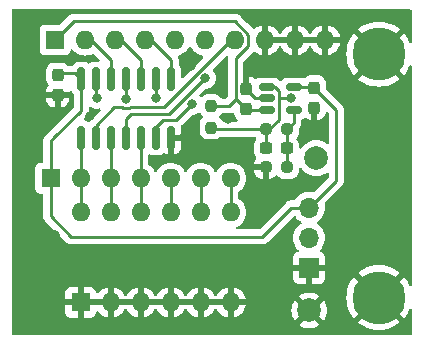
<source format=gtl>
%TF.GenerationSoftware,KiCad,Pcbnew,7.0.6-7.0.6~ubuntu22.04.1*%
%TF.CreationDate,2023-08-03T12:39:29-07:00*%
%TF.ProjectId,2r2_dac_r3,3272325f-6461-4635-9f72-332e6b696361,rev?*%
%TF.SameCoordinates,Original*%
%TF.FileFunction,Copper,L1,Top*%
%TF.FilePolarity,Positive*%
%FSLAX46Y46*%
G04 Gerber Fmt 4.6, Leading zero omitted, Abs format (unit mm)*
G04 Created by KiCad (PCBNEW 7.0.6-7.0.6~ubuntu22.04.1) date 2023-08-03 12:39:29*
%MOMM*%
%LPD*%
G01*
G04 APERTURE LIST*
G04 Aperture macros list*
%AMRoundRect*
0 Rectangle with rounded corners*
0 $1 Rounding radius*
0 $2 $3 $4 $5 $6 $7 $8 $9 X,Y pos of 4 corners*
0 Add a 4 corners polygon primitive as box body*
4,1,4,$2,$3,$4,$5,$6,$7,$8,$9,$2,$3,0*
0 Add four circle primitives for the rounded corners*
1,1,$1+$1,$2,$3*
1,1,$1+$1,$4,$5*
1,1,$1+$1,$6,$7*
1,1,$1+$1,$8,$9*
0 Add four rect primitives between the rounded corners*
20,1,$1+$1,$2,$3,$4,$5,0*
20,1,$1+$1,$4,$5,$6,$7,0*
20,1,$1+$1,$6,$7,$8,$9,0*
20,1,$1+$1,$8,$9,$2,$3,0*%
G04 Aperture macros list end*
%TA.AperFunction,SMDPad,CuDef*%
%ADD10RoundRect,0.237500X-0.237500X0.250000X-0.237500X-0.250000X0.237500X-0.250000X0.237500X0.250000X0*%
%TD*%
%TA.AperFunction,SMDPad,CuDef*%
%ADD11RoundRect,0.150000X-0.512500X-0.150000X0.512500X-0.150000X0.512500X0.150000X-0.512500X0.150000X0*%
%TD*%
%TA.AperFunction,SMDPad,CuDef*%
%ADD12RoundRect,0.237500X0.237500X-0.300000X0.237500X0.300000X-0.237500X0.300000X-0.237500X-0.300000X0*%
%TD*%
%TA.AperFunction,ComponentPad*%
%ADD13R,1.600000X1.600000*%
%TD*%
%TA.AperFunction,ComponentPad*%
%ADD14O,1.600000X1.600000*%
%TD*%
%TA.AperFunction,SMDPad,CuDef*%
%ADD15RoundRect,0.237500X-0.300000X-0.237500X0.300000X-0.237500X0.300000X0.237500X-0.300000X0.237500X0*%
%TD*%
%TA.AperFunction,SMDPad,CuDef*%
%ADD16RoundRect,0.237500X-0.250000X-0.237500X0.250000X-0.237500X0.250000X0.237500X-0.250000X0.237500X0*%
%TD*%
%TA.AperFunction,ComponentPad*%
%ADD17C,2.000000*%
%TD*%
%TA.AperFunction,ComponentPad*%
%ADD18C,4.500000*%
%TD*%
%TA.AperFunction,SMDPad,CuDef*%
%ADD19RoundRect,0.237500X-0.237500X0.300000X-0.237500X-0.300000X0.237500X-0.300000X0.237500X0.300000X0*%
%TD*%
%TA.AperFunction,SMDPad,CuDef*%
%ADD20RoundRect,0.237500X0.250000X0.237500X-0.250000X0.237500X-0.250000X-0.237500X0.250000X-0.237500X0*%
%TD*%
%TA.AperFunction,SMDPad,CuDef*%
%ADD21RoundRect,0.150000X0.150000X-0.825000X0.150000X0.825000X-0.150000X0.825000X-0.150000X-0.825000X0*%
%TD*%
%TA.AperFunction,ComponentPad*%
%ADD22R,1.700000X1.700000*%
%TD*%
%TA.AperFunction,ComponentPad*%
%ADD23O,1.700000X1.700000*%
%TD*%
%TA.AperFunction,ViaPad*%
%ADD24C,0.800000*%
%TD*%
%TA.AperFunction,Conductor*%
%ADD25C,0.250000*%
%TD*%
G04 APERTURE END LIST*
D10*
%TO.P,R1,1*%
%TO.N,Net-(RN1-BIT_OUT)*%
X96032000Y-106903500D03*
%TO.P,R1,2*%
%TO.N,Net-(J1-Pin_2)*%
X96032000Y-108728500D03*
%TD*%
D11*
%TO.P,U1,1*%
%TO.N,Net-(J1-Pin_2)*%
X100759500Y-105303500D03*
%TO.P,U1,2,V-*%
%TO.N,GND*%
X100759500Y-106253500D03*
%TO.P,U1,3,+*%
%TO.N,Net-(RN1-BIT_OUT)*%
X100759500Y-107203500D03*
%TO.P,U1,4,-*%
%TO.N,Net-(U1--)*%
X103034500Y-107203500D03*
%TO.P,U1,5,V+*%
%TO.N,+5V*%
X103034500Y-105303500D03*
%TD*%
D12*
%TO.P,C2,1*%
%TO.N,Net-(RN1-BIT_OUT)*%
X98959500Y-107153500D03*
%TO.P,C2,2*%
%TO.N,GND*%
X98959500Y-105428500D03*
%TD*%
D13*
%TO.P,RN2,1,common*%
%TO.N,+5V*%
X82452000Y-113016000D03*
D14*
%TO.P,RN2,2,R1*%
%TO.N,Net-(RN2-R1)*%
X84992000Y-113016000D03*
%TO.P,RN2,3,R2*%
%TO.N,Net-(RN2-R2)*%
X87532000Y-113016000D03*
%TO.P,RN2,4,R3*%
%TO.N,Net-(RN2-R3)*%
X90072000Y-113016000D03*
%TO.P,RN2,5,R4*%
%TO.N,Net-(RN2-R4)*%
X92612000Y-113016000D03*
%TO.P,RN2,6,R5*%
%TO.N,Net-(RN2-R5)*%
X95152000Y-113016000D03*
%TO.P,RN2,7,R6*%
%TO.N,Net-(RN2-R6)*%
X97692000Y-113016000D03*
%TD*%
D15*
%TO.P,C3,1*%
%TO.N,Net-(J1-Pin_2)*%
X100697000Y-110491000D03*
%TO.P,C3,2*%
%TO.N,Net-(U1--)*%
X102422000Y-110491000D03*
%TD*%
D13*
%TO.P,SW1,1*%
%TO.N,GND*%
X84992000Y-123516000D03*
D14*
%TO.P,SW1,2*%
X87532000Y-123516000D03*
%TO.P,SW1,3*%
X90072000Y-123516000D03*
%TO.P,SW1,4*%
X92612000Y-123516000D03*
%TO.P,SW1,5*%
X95152000Y-123516000D03*
%TO.P,SW1,6*%
X97692000Y-123516000D03*
%TO.P,SW1,7*%
%TO.N,Net-(RN2-R6)*%
X97692000Y-115896000D03*
%TO.P,SW1,8*%
%TO.N,Net-(RN2-R5)*%
X95152000Y-115896000D03*
%TO.P,SW1,9*%
%TO.N,Net-(RN2-R4)*%
X92612000Y-115896000D03*
%TO.P,SW1,10*%
%TO.N,Net-(RN2-R3)*%
X90072000Y-115896000D03*
%TO.P,SW1,11*%
%TO.N,Net-(RN2-R2)*%
X87532000Y-115896000D03*
%TO.P,SW1,12*%
%TO.N,Net-(RN2-R1)*%
X84992000Y-115896000D03*
%TD*%
D16*
%TO.P,R3,1*%
%TO.N,GND*%
X100647000Y-112091000D03*
%TO.P,R3,2*%
%TO.N,Net-(U1--)*%
X102472000Y-112091000D03*
%TD*%
D13*
%TO.P,RN1,1,BIT_OUT*%
%TO.N,Net-(RN1-BIT_OUT)*%
X82812000Y-101316000D03*
D14*
%TO.P,RN1,2,MSB_1*%
%TO.N,Net-(RN1-MSB_1)*%
X85352000Y-101316000D03*
%TO.P,RN1,3,2*%
%TO.N,Net-(RN1-2)*%
X87892000Y-101316000D03*
%TO.P,RN1,4,R3*%
%TO.N,Net-(RN1-R3)*%
X90432000Y-101316000D03*
%TO.P,RN1,5,R4*%
%TO.N,Net-(RN1-R4)*%
X92972000Y-101316000D03*
%TO.P,RN1,6,R5*%
%TO.N,Net-(RN1-R5)*%
X95512000Y-101316000D03*
%TO.P,RN1,7,R6*%
%TO.N,Net-(RN1-R6)*%
X98052000Y-101316000D03*
%TO.P,RN1,8,R7*%
%TO.N,GND*%
X100592000Y-101316000D03*
%TO.P,RN1,9,R8*%
X103132000Y-101316000D03*
%TO.P,RN1,10,R10*%
X105672000Y-101316000D03*
%TD*%
D17*
%TO.P,DAC1,1,1*%
%TO.N,Net-(J1-Pin_2)*%
X104932000Y-111316000D03*
%TD*%
D18*
%TO.P,H2,1,1*%
%TO.N,GND*%
X110232000Y-102516000D03*
%TD*%
D19*
%TO.P,C4,1*%
%TO.N,+5V*%
X83039125Y-104266000D03*
%TO.P,C4,2*%
%TO.N,GND*%
X83039125Y-105991000D03*
%TD*%
D17*
%TO.P,GND1,1,1*%
%TO.N,GND*%
X104332000Y-124216000D03*
%TD*%
D20*
%TO.P,R2,1*%
%TO.N,Net-(U1--)*%
X102472000Y-108866000D03*
%TO.P,R2,2*%
%TO.N,Net-(J1-Pin_2)*%
X100647000Y-108866000D03*
%TD*%
D21*
%TO.P,U2,1*%
%TO.N,Net-(RN2-R1)*%
X85019125Y-109578500D03*
%TO.P,U2,2*%
%TO.N,Net-(RN1-R6)*%
X86289125Y-109578500D03*
%TO.P,U2,3*%
%TO.N,Net-(RN2-R2)*%
X87559125Y-109578500D03*
%TO.P,U2,4*%
%TO.N,Net-(RN1-R5)*%
X88829125Y-109578500D03*
%TO.P,U2,5*%
%TO.N,Net-(RN2-R3)*%
X90099125Y-109578500D03*
%TO.P,U2,6*%
%TO.N,Net-(RN1-R4)*%
X91369125Y-109578500D03*
%TO.P,U2,7,GND*%
%TO.N,GND*%
X92639125Y-109578500D03*
%TO.P,U2,8*%
%TO.N,Net-(RN1-R3)*%
X92639125Y-104628500D03*
%TO.P,U2,9*%
%TO.N,Net-(RN2-R4)*%
X91369125Y-104628500D03*
%TO.P,U2,10*%
%TO.N,Net-(RN1-2)*%
X90099125Y-104628500D03*
%TO.P,U2,11*%
%TO.N,Net-(RN2-R5)*%
X88829125Y-104628500D03*
%TO.P,U2,12*%
%TO.N,Net-(RN1-MSB_1)*%
X87559125Y-104628500D03*
%TO.P,U2,13*%
%TO.N,Net-(RN2-R6)*%
X86289125Y-104628500D03*
%TO.P,U2,14,VCC*%
%TO.N,+5V*%
X85019125Y-104628500D03*
%TD*%
D18*
%TO.P,H1,1,1*%
%TO.N,GND*%
X110232000Y-123116000D03*
%TD*%
D19*
%TO.P,C1,1*%
%TO.N,+5V*%
X104759500Y-105341000D03*
%TO.P,C1,2*%
%TO.N,GND*%
X104759500Y-107066000D03*
%TD*%
D22*
%TO.P,J1,1,Pin_1*%
%TO.N,GND*%
X104332000Y-120596000D03*
D23*
%TO.P,J1,2,Pin_2*%
%TO.N,Net-(J1-Pin_2)*%
X104332000Y-118056000D03*
%TO.P,J1,3,Pin_3*%
%TO.N,+5V*%
X104332000Y-115516000D03*
%TD*%
D24*
%TO.N,GND*%
X97432000Y-108016000D03*
X81732000Y-109166000D03*
X93736625Y-109566000D03*
X104332000Y-113216000D03*
X94432000Y-120216000D03*
X100032000Y-114216000D03*
X81632000Y-105816000D03*
X94332000Y-103516000D03*
X82832000Y-117816000D03*
X96832000Y-105316000D03*
X99159500Y-104115500D03*
X86432000Y-120216000D03*
X85736625Y-107766000D03*
X107032000Y-105916000D03*
X104784500Y-108578500D03*
%TO.N,Net-(J1-Pin_2)*%
X102759500Y-106266000D03*
%TO.N,Net-(RN1-R4)*%
X94432000Y-106716000D03*
%TO.N,Net-(RN1-R5)*%
X95524299Y-104548299D03*
%TO.N,Net-(RN2-R4)*%
X91332000Y-106216000D03*
%TO.N,Net-(RN2-R5)*%
X88829125Y-106313125D03*
%TO.N,Net-(RN2-R6)*%
X86336625Y-106213500D03*
%TD*%
D25*
%TO.N,Net-(RN1-BIT_OUT)*%
X96032000Y-106903500D02*
X97534500Y-106903500D01*
X97534500Y-106903500D02*
X98122000Y-106316000D01*
%TO.N,Net-(J1-Pin_2)*%
X100647000Y-108866000D02*
X96169500Y-108866000D01*
X96169500Y-108866000D02*
X96032000Y-108728500D01*
%TO.N,GND*%
X93724125Y-109578500D02*
X92639125Y-109578500D01*
X100759500Y-106253500D02*
X99784500Y-106253500D01*
X104784500Y-107091000D02*
X104759500Y-107066000D01*
X98959500Y-104315500D02*
X98959500Y-105428500D01*
X93736625Y-109566000D02*
X93724125Y-109578500D01*
X99159500Y-104115500D02*
X98959500Y-104315500D01*
X82926625Y-105878500D02*
X83039125Y-105991000D01*
X99784500Y-106253500D02*
X98959500Y-105428500D01*
%TO.N,+5V*%
X106632000Y-107213500D02*
X106632000Y-113216000D01*
X82759312Y-109543312D02*
X85019125Y-107283500D01*
X106632000Y-113216000D02*
X104332000Y-115516000D01*
X82452000Y-113016000D02*
X82452000Y-109850624D01*
X100369500Y-117978500D02*
X102832000Y-115516000D01*
X82452000Y-113016000D02*
X82452000Y-116236000D01*
X82452000Y-116236000D02*
X84194500Y-117978500D01*
X103034500Y-105303500D02*
X104722000Y-105303500D01*
X85019125Y-104628500D02*
X85019125Y-104608500D01*
X84194500Y-117978500D02*
X100369500Y-117978500D01*
X85019125Y-104608500D02*
X84539125Y-104128500D01*
X82617875Y-109684750D02*
X82759312Y-109543312D01*
X82452000Y-109850624D02*
X82759312Y-109543312D01*
X104759500Y-105341000D02*
X106632000Y-107213500D01*
X84539125Y-104128500D02*
X83176625Y-104128500D01*
X102832000Y-115516000D02*
X104332000Y-115516000D01*
X104722000Y-105303500D02*
X104759500Y-105341000D01*
X85019125Y-107283500D02*
X85019125Y-104628500D01*
%TO.N,Net-(J1-Pin_2)*%
X100647000Y-108866000D02*
X100647000Y-110416000D01*
X100759500Y-105303500D02*
X101397000Y-105303500D01*
X101759500Y-106266000D02*
X101759500Y-108066000D01*
X100647000Y-110416000D02*
X100697000Y-110466000D01*
X101397000Y-105303500D02*
X101759500Y-105666000D01*
X101759500Y-106266000D02*
X102759500Y-106266000D01*
X101759500Y-108066000D02*
X100959500Y-108866000D01*
X100959500Y-108866000D02*
X100647000Y-108866000D01*
X101759500Y-105666000D02*
X101759500Y-106266000D01*
%TO.N,Net-(U1--)*%
X102472000Y-110416000D02*
X102422000Y-110466000D01*
X103034500Y-107203500D02*
X103034500Y-108303500D01*
X102422000Y-112041000D02*
X102472000Y-112091000D01*
X102472000Y-108866000D02*
X102472000Y-110416000D01*
X102422000Y-110466000D02*
X102422000Y-112041000D01*
X103034500Y-108303500D02*
X102472000Y-108866000D01*
%TO.N,Net-(RN1-BIT_OUT)*%
X100759500Y-107203500D02*
X99009500Y-107203500D01*
X82812000Y-101316000D02*
X84412000Y-99716000D01*
X98042991Y-99716000D02*
X99177000Y-100850009D01*
X99177000Y-100850009D02*
X99177000Y-101781991D01*
X84412000Y-99716000D02*
X98042991Y-99716000D01*
X98122000Y-106316000D02*
X98959500Y-107153500D01*
X98122000Y-102836991D02*
X98122000Y-106316000D01*
X99177000Y-101781991D02*
X98122000Y-102836991D01*
%TO.N,Net-(RN1-MSB_1)*%
X87559125Y-104628500D02*
X87559125Y-103023125D01*
X87559125Y-103023125D02*
X85352000Y-100816000D01*
%TO.N,Net-(RN1-2)*%
X90099125Y-103023125D02*
X87892000Y-100816000D01*
X90099125Y-104628500D02*
X90099125Y-103023125D01*
%TO.N,Net-(RN1-R3)*%
X92639125Y-104628500D02*
X92639125Y-103023125D01*
X92639125Y-103023125D02*
X90432000Y-100816000D01*
%TO.N,Net-(RN1-R4)*%
X91369125Y-108678875D02*
X91982000Y-108066000D01*
X91369125Y-109578500D02*
X91369125Y-108678875D01*
X93082000Y-108066000D02*
X94432000Y-106716000D01*
X91982000Y-108066000D02*
X93082000Y-108066000D01*
%TO.N,Net-(RN1-R5)*%
X88829125Y-108018875D02*
X88829125Y-109578500D01*
X92456598Y-107616000D02*
X89232000Y-107616000D01*
X89232000Y-107616000D02*
X88829125Y-108018875D01*
X95524299Y-104548299D02*
X92456598Y-107616000D01*
%TO.N,Net-(RN1-R6)*%
X87831695Y-107016305D02*
X86289125Y-108558875D01*
X89129430Y-107038125D02*
X88528820Y-107038125D01*
X92061625Y-107016305D02*
X89151250Y-107016305D01*
X89151250Y-107016305D02*
X89129430Y-107038125D01*
X88528820Y-107038125D02*
X88507000Y-107016305D01*
X98052000Y-100996000D02*
X92061625Y-106986375D01*
X86289125Y-108558875D02*
X86289125Y-109578500D01*
X88507000Y-107016305D02*
X87831695Y-107016305D01*
%TO.N,Net-(RN2-R3)*%
X90072000Y-113016000D02*
X90072000Y-109605625D01*
X90072000Y-113016000D02*
X90072000Y-115896000D01*
X90072000Y-109605625D02*
X90099125Y-109578500D01*
%TO.N,Net-(RN2-R4)*%
X91369125Y-106133500D02*
X91369125Y-104628500D01*
X91332000Y-106216000D02*
X91332000Y-105666000D01*
X92612000Y-113016000D02*
X92612000Y-115896000D01*
X91332000Y-105666000D02*
X91364500Y-105633500D01*
%TO.N,Net-(RN2-R5)*%
X88829125Y-106313125D02*
X88829125Y-104628500D01*
X95152000Y-113016000D02*
X95152000Y-115896000D01*
%TO.N,Net-(RN2-R6)*%
X86336625Y-106213500D02*
X86289125Y-106166000D01*
X86289125Y-106166000D02*
X86289125Y-104628500D01*
X97692000Y-113016000D02*
X97692000Y-115896000D01*
%TO.N,Net-(RN2-R1)*%
X84992000Y-109605625D02*
X85019125Y-109578500D01*
X84992000Y-113016000D02*
X84992000Y-109605625D01*
X84992000Y-113016000D02*
X84992000Y-115896000D01*
%TO.N,Net-(RN2-R2)*%
X87532000Y-109605625D02*
X87559125Y-109578500D01*
X87532000Y-113016000D02*
X87532000Y-115896000D01*
X87532000Y-113016000D02*
X87532000Y-109605625D01*
%TD*%
%TA.AperFunction,Conductor*%
%TO.N,GND*%
G36*
X87204359Y-123277955D02*
G01*
X87146835Y-123390852D01*
X87127014Y-123516000D01*
X87146835Y-123641148D01*
X87204359Y-123754045D01*
X87216314Y-123766000D01*
X85307686Y-123766000D01*
X85319641Y-123754045D01*
X85377165Y-123641148D01*
X85396986Y-123516000D01*
X85377165Y-123390852D01*
X85319641Y-123277955D01*
X85307686Y-123266000D01*
X87216314Y-123266000D01*
X87204359Y-123277955D01*
G37*
%TD.AperFunction*%
%TA.AperFunction,Conductor*%
G36*
X89744359Y-123277955D02*
G01*
X89686835Y-123390852D01*
X89667014Y-123516000D01*
X89686835Y-123641148D01*
X89744359Y-123754045D01*
X89756314Y-123766000D01*
X87847686Y-123766000D01*
X87859641Y-123754045D01*
X87917165Y-123641148D01*
X87936986Y-123516000D01*
X87917165Y-123390852D01*
X87859641Y-123277955D01*
X87847686Y-123266000D01*
X89756314Y-123266000D01*
X89744359Y-123277955D01*
G37*
%TD.AperFunction*%
%TA.AperFunction,Conductor*%
G36*
X92284359Y-123277955D02*
G01*
X92226835Y-123390852D01*
X92207014Y-123516000D01*
X92226835Y-123641148D01*
X92284359Y-123754045D01*
X92296314Y-123766000D01*
X90387686Y-123766000D01*
X90399641Y-123754045D01*
X90457165Y-123641148D01*
X90476986Y-123516000D01*
X90457165Y-123390852D01*
X90399641Y-123277955D01*
X90387686Y-123266000D01*
X92296314Y-123266000D01*
X92284359Y-123277955D01*
G37*
%TD.AperFunction*%
%TA.AperFunction,Conductor*%
G36*
X94824359Y-123277955D02*
G01*
X94766835Y-123390852D01*
X94747014Y-123516000D01*
X94766835Y-123641148D01*
X94824359Y-123754045D01*
X94836314Y-123766000D01*
X92927686Y-123766000D01*
X92939641Y-123754045D01*
X92997165Y-123641148D01*
X93016986Y-123516000D01*
X92997165Y-123390852D01*
X92939641Y-123277955D01*
X92927686Y-123266000D01*
X94836314Y-123266000D01*
X94824359Y-123277955D01*
G37*
%TD.AperFunction*%
%TA.AperFunction,Conductor*%
G36*
X97364359Y-123277955D02*
G01*
X97306835Y-123390852D01*
X97287014Y-123516000D01*
X97306835Y-123641148D01*
X97364359Y-123754045D01*
X97376314Y-123766000D01*
X95467686Y-123766000D01*
X95479641Y-123754045D01*
X95537165Y-123641148D01*
X95556986Y-123516000D01*
X95537165Y-123390852D01*
X95479641Y-123277955D01*
X95467686Y-123266000D01*
X97376314Y-123266000D01*
X97364359Y-123277955D01*
G37*
%TD.AperFunction*%
%TA.AperFunction,Conductor*%
G36*
X95085219Y-107453974D02*
G01*
X95129784Y-107496849D01*
X95196728Y-107605381D01*
X95205342Y-107619346D01*
X95265796Y-107679800D01*
X95314315Y-107728319D01*
X95347799Y-107789642D01*
X95342815Y-107859334D01*
X95314315Y-107903681D01*
X95205339Y-108012657D01*
X95113795Y-108161071D01*
X95113790Y-108161082D01*
X95058938Y-108326617D01*
X95048500Y-108428779D01*
X95048500Y-109028205D01*
X95048501Y-109028221D01*
X95058938Y-109130382D01*
X95113790Y-109295917D01*
X95113795Y-109295928D01*
X95205339Y-109444342D01*
X95205342Y-109444346D01*
X95328653Y-109567657D01*
X95328657Y-109567660D01*
X95477071Y-109659204D01*
X95477074Y-109659205D01*
X95477080Y-109659209D01*
X95642619Y-109714062D01*
X95744787Y-109724500D01*
X96319212Y-109724499D01*
X96421381Y-109714062D01*
X96586920Y-109659209D01*
X96735346Y-109567658D01*
X96767184Y-109535819D01*
X96828508Y-109502334D01*
X96854866Y-109499500D01*
X99695554Y-109499500D01*
X99762593Y-109519185D01*
X99801093Y-109558404D01*
X99807841Y-109569345D01*
X99829315Y-109590819D01*
X99862800Y-109652142D01*
X99857816Y-109721834D01*
X99829315Y-109766181D01*
X99807842Y-109787653D01*
X99807839Y-109787657D01*
X99716295Y-109936071D01*
X99716290Y-109936082D01*
X99661438Y-110101617D01*
X99651000Y-110203779D01*
X99651000Y-110778205D01*
X99651001Y-110778221D01*
X99661438Y-110880382D01*
X99716290Y-111045917D01*
X99716295Y-111045928D01*
X99807839Y-111194342D01*
X99807842Y-111194346D01*
X99822825Y-111209329D01*
X99856310Y-111270652D01*
X99851326Y-111340344D01*
X99822829Y-111384688D01*
X99814552Y-111392965D01*
X99724051Y-111539688D01*
X99724046Y-111539699D01*
X99669819Y-111703347D01*
X99659500Y-111804345D01*
X99659500Y-111841000D01*
X100773000Y-111841000D01*
X100840039Y-111860685D01*
X100885794Y-111913489D01*
X100897000Y-111965000D01*
X100897000Y-113065999D01*
X100946140Y-113065999D01*
X100946154Y-113065998D01*
X101047152Y-113055680D01*
X101210800Y-113001453D01*
X101210811Y-113001448D01*
X101357533Y-112910948D01*
X101465807Y-112802674D01*
X101527130Y-112769189D01*
X101596822Y-112774173D01*
X101641170Y-112802674D01*
X101756153Y-112917657D01*
X101756157Y-112917660D01*
X101904571Y-113009204D01*
X101904574Y-113009205D01*
X101904580Y-113009209D01*
X102070119Y-113064062D01*
X102172287Y-113074500D01*
X102771712Y-113074499D01*
X102873881Y-113064062D01*
X103039420Y-113009209D01*
X103187846Y-112917658D01*
X103311158Y-112794346D01*
X103402709Y-112645920D01*
X103457562Y-112480381D01*
X103468000Y-112378213D01*
X103467999Y-112253727D01*
X103487683Y-112186690D01*
X103540487Y-112140935D01*
X103609645Y-112130991D01*
X103673201Y-112160015D01*
X103697726Y-112188938D01*
X103707822Y-112205414D01*
X103707824Y-112205416D01*
X103862031Y-112385969D01*
X104001797Y-112505340D01*
X104042586Y-112540178D01*
X104042589Y-112540179D01*
X104245037Y-112664240D01*
X104245040Y-112664242D01*
X104464403Y-112755104D01*
X104464404Y-112755104D01*
X104464406Y-112755105D01*
X104695289Y-112810535D01*
X104932000Y-112829165D01*
X105168711Y-112810535D01*
X105399594Y-112755105D01*
X105399596Y-112755104D01*
X105399597Y-112755104D01*
X105618959Y-112664242D01*
X105618960Y-112664241D01*
X105618963Y-112664240D01*
X105809709Y-112547349D01*
X105877154Y-112529105D01*
X105943757Y-112550221D01*
X105988371Y-112603993D01*
X105998499Y-112653077D01*
X105998500Y-112902232D01*
X105978816Y-112969271D01*
X105962181Y-112989913D01*
X104788990Y-114163103D01*
X104727667Y-114196588D01*
X104670872Y-114195628D01*
X104666642Y-114194557D01*
X104444569Y-114157500D01*
X104219431Y-114157500D01*
X103997362Y-114194556D01*
X103784430Y-114267656D01*
X103784419Y-114267661D01*
X103586427Y-114374808D01*
X103586422Y-114374812D01*
X103408761Y-114513092D01*
X103408756Y-114513097D01*
X103256284Y-114678723D01*
X103256276Y-114678734D01*
X103159852Y-114826322D01*
X103106706Y-114871679D01*
X103056044Y-114882500D01*
X102915631Y-114882500D01*
X102899879Y-114880760D01*
X102899854Y-114881032D01*
X102892092Y-114880298D01*
X102892091Y-114880298D01*
X102822028Y-114882500D01*
X102792144Y-114882500D01*
X102792141Y-114882500D01*
X102792129Y-114882501D01*
X102785137Y-114883384D01*
X102779320Y-114883841D01*
X102732114Y-114885325D01*
X102732107Y-114885326D01*
X102712500Y-114891022D01*
X102693461Y-114894965D01*
X102673211Y-114897524D01*
X102673201Y-114897526D01*
X102629291Y-114914911D01*
X102623765Y-114916803D01*
X102578412Y-114929979D01*
X102578407Y-114929981D01*
X102560833Y-114940374D01*
X102543372Y-114948928D01*
X102524386Y-114956446D01*
X102524384Y-114956447D01*
X102486172Y-114984208D01*
X102481290Y-114987415D01*
X102440637Y-115011457D01*
X102426201Y-115025894D01*
X102411415Y-115038523D01*
X102394893Y-115050528D01*
X102394891Y-115050529D01*
X102394891Y-115050530D01*
X102394888Y-115050532D01*
X102364780Y-115086925D01*
X102360849Y-115091246D01*
X100143414Y-117308681D01*
X100082091Y-117342166D01*
X100055733Y-117345000D01*
X98240111Y-117345000D01*
X98173072Y-117325315D01*
X98127317Y-117272511D01*
X98117373Y-117203353D01*
X98146398Y-117139797D01*
X98187706Y-117108618D01*
X98348749Y-117033523D01*
X98536300Y-116902198D01*
X98698198Y-116740300D01*
X98829523Y-116552749D01*
X98926284Y-116345243D01*
X98985543Y-116124087D01*
X99005498Y-115896000D01*
X98985543Y-115667913D01*
X98926284Y-115446757D01*
X98829523Y-115239251D01*
X98698198Y-115051700D01*
X98536300Y-114889802D01*
X98504034Y-114867209D01*
X98378376Y-114779221D01*
X98334751Y-114724644D01*
X98325500Y-114677647D01*
X98325500Y-114234352D01*
X98345185Y-114167313D01*
X98378373Y-114132779D01*
X98536300Y-114022198D01*
X98698198Y-113860300D01*
X98829523Y-113672749D01*
X98926284Y-113465243D01*
X98985543Y-113244087D01*
X99005498Y-113016000D01*
X99004903Y-113009204D01*
X98996307Y-112910944D01*
X98985543Y-112787913D01*
X98926284Y-112566757D01*
X98917234Y-112547350D01*
X98843363Y-112388931D01*
X98829523Y-112359251D01*
X98816743Y-112341000D01*
X99659501Y-112341000D01*
X99659501Y-112377654D01*
X99669819Y-112478652D01*
X99724046Y-112642300D01*
X99724051Y-112642311D01*
X99814552Y-112789034D01*
X99814555Y-112789038D01*
X99936461Y-112910944D01*
X99936465Y-112910947D01*
X100083188Y-113001448D01*
X100083199Y-113001453D01*
X100246847Y-113055680D01*
X100347851Y-113065999D01*
X100396999Y-113065998D01*
X100397000Y-113065998D01*
X100397000Y-112341000D01*
X99659501Y-112341000D01*
X98816743Y-112341000D01*
X98698198Y-112171700D01*
X98536300Y-112009802D01*
X98348749Y-111878477D01*
X98348745Y-111878475D01*
X98141249Y-111781718D01*
X98141238Y-111781714D01*
X97920089Y-111722457D01*
X97920081Y-111722456D01*
X97692002Y-111702502D01*
X97691998Y-111702502D01*
X97463918Y-111722456D01*
X97463910Y-111722457D01*
X97242761Y-111781714D01*
X97242750Y-111781718D01*
X97035254Y-111878475D01*
X97035252Y-111878476D01*
X96985249Y-111913489D01*
X96847700Y-112009802D01*
X96847698Y-112009803D01*
X96847695Y-112009806D01*
X96685806Y-112171695D01*
X96554476Y-112359251D01*
X96534382Y-112402345D01*
X96488209Y-112454784D01*
X96421016Y-112473936D01*
X96354135Y-112453720D01*
X96309618Y-112402345D01*
X96289523Y-112359251D01*
X96276743Y-112341000D01*
X96158198Y-112171700D01*
X95996300Y-112009802D01*
X95808749Y-111878477D01*
X95808745Y-111878475D01*
X95601249Y-111781718D01*
X95601238Y-111781714D01*
X95380089Y-111722457D01*
X95380081Y-111722456D01*
X95152002Y-111702502D01*
X95151998Y-111702502D01*
X94923918Y-111722456D01*
X94923910Y-111722457D01*
X94702761Y-111781714D01*
X94702750Y-111781718D01*
X94495254Y-111878475D01*
X94495252Y-111878476D01*
X94445249Y-111913489D01*
X94307700Y-112009802D01*
X94307698Y-112009803D01*
X94307695Y-112009806D01*
X94145806Y-112171695D01*
X94014476Y-112359251D01*
X93994382Y-112402345D01*
X93948209Y-112454784D01*
X93881016Y-112473936D01*
X93814135Y-112453720D01*
X93769618Y-112402345D01*
X93749523Y-112359251D01*
X93736743Y-112341000D01*
X93618198Y-112171700D01*
X93456300Y-112009802D01*
X93268749Y-111878477D01*
X93268745Y-111878475D01*
X93061249Y-111781718D01*
X93061238Y-111781714D01*
X92840089Y-111722457D01*
X92840081Y-111722456D01*
X92612002Y-111702502D01*
X92611998Y-111702502D01*
X92383918Y-111722456D01*
X92383910Y-111722457D01*
X92162761Y-111781714D01*
X92162750Y-111781718D01*
X91955254Y-111878475D01*
X91955252Y-111878476D01*
X91905249Y-111913489D01*
X91767700Y-112009802D01*
X91767698Y-112009803D01*
X91767695Y-112009806D01*
X91605806Y-112171695D01*
X91474476Y-112359251D01*
X91454382Y-112402345D01*
X91408209Y-112454784D01*
X91341016Y-112473936D01*
X91274135Y-112453720D01*
X91229618Y-112402345D01*
X91209523Y-112359251D01*
X91196743Y-112341000D01*
X91078198Y-112171700D01*
X90916300Y-112009802D01*
X90859166Y-111969796D01*
X90758376Y-111899221D01*
X90714751Y-111844644D01*
X90705500Y-111797647D01*
X90705500Y-111082176D01*
X90725185Y-111015137D01*
X90777989Y-110969382D01*
X90847147Y-110959438D01*
X90892620Y-110975443D01*
X90955524Y-111012645D01*
X90964102Y-111015137D01*
X91115289Y-111059061D01*
X91115292Y-111059061D01*
X91115294Y-111059062D01*
X91124626Y-111059796D01*
X91152620Y-111062000D01*
X91152623Y-111062000D01*
X91585630Y-111062000D01*
X91608024Y-111060237D01*
X91622956Y-111059062D01*
X91622958Y-111059061D01*
X91622960Y-111059061D01*
X91668164Y-111045928D01*
X91782726Y-111012645D01*
X91925932Y-110927953D01*
X91925939Y-110927945D01*
X91932093Y-110923173D01*
X91933578Y-110925088D01*
X91984351Y-110897353D01*
X92054044Y-110902324D01*
X92080833Y-110917247D01*
X92080854Y-110917212D01*
X92082217Y-110918018D01*
X92086728Y-110920531D01*
X92087568Y-110921183D01*
X92228926Y-111004781D01*
X92386639Y-111050600D01*
X92386636Y-111050600D01*
X92389123Y-111050795D01*
X92389125Y-111050794D01*
X92389125Y-109828500D01*
X92889125Y-109828500D01*
X92889125Y-111050795D01*
X92889126Y-111050795D01*
X92891611Y-111050600D01*
X93049323Y-111004781D01*
X93190677Y-110921185D01*
X93190686Y-110921178D01*
X93306803Y-110805061D01*
X93306810Y-110805052D01*
X93390407Y-110663696D01*
X93390408Y-110663693D01*
X93436224Y-110505995D01*
X93436225Y-110505989D01*
X93439125Y-110469144D01*
X93439125Y-109828500D01*
X92889125Y-109828500D01*
X92389125Y-109828500D01*
X92389125Y-109452500D01*
X92408810Y-109385461D01*
X92461614Y-109339706D01*
X92513125Y-109328500D01*
X93439125Y-109328500D01*
X93439125Y-108687857D01*
X93437548Y-108667831D01*
X93451911Y-108599453D01*
X93473479Y-108570424D01*
X93487800Y-108556103D01*
X93502592Y-108543470D01*
X93519107Y-108531472D01*
X93549222Y-108495067D01*
X93553126Y-108490776D01*
X94383084Y-107660819D01*
X94444408Y-107627334D01*
X94470766Y-107624500D01*
X94527487Y-107624500D01*
X94714288Y-107584794D01*
X94888752Y-107507118D01*
X94951362Y-107461628D01*
X95017165Y-107438149D01*
X95085219Y-107453974D01*
G37*
%TD.AperFunction*%
%TA.AperFunction,Conductor*%
G36*
X104952539Y-106835685D02*
G01*
X104998294Y-106888489D01*
X105009500Y-106940000D01*
X105009500Y-108103499D01*
X105046140Y-108103499D01*
X105046154Y-108103498D01*
X105147152Y-108093180D01*
X105310800Y-108038953D01*
X105310811Y-108038948D01*
X105457534Y-107948447D01*
X105457538Y-107948444D01*
X105579444Y-107826538D01*
X105579447Y-107826534D01*
X105669948Y-107679811D01*
X105669953Y-107679800D01*
X105724181Y-107516151D01*
X105726818Y-107490340D01*
X105753214Y-107425648D01*
X105810395Y-107385497D01*
X105880206Y-107382633D01*
X105937857Y-107415261D01*
X105962181Y-107439585D01*
X105995666Y-107500908D01*
X105998500Y-107527266D01*
X105998500Y-109978922D01*
X105978815Y-110045961D01*
X105926011Y-110091716D01*
X105856853Y-110101660D01*
X105809710Y-110084649D01*
X105618962Y-109967759D01*
X105618959Y-109967757D01*
X105399596Y-109876895D01*
X105168714Y-109821465D01*
X104932000Y-109802835D01*
X104695285Y-109821465D01*
X104464404Y-109876895D01*
X104464402Y-109876895D01*
X104245040Y-109967757D01*
X104245037Y-109967759D01*
X104042589Y-110091820D01*
X104042586Y-110091821D01*
X103862031Y-110246031D01*
X103707821Y-110426586D01*
X103707818Y-110426592D01*
X103697724Y-110443063D01*
X103645911Y-110489937D01*
X103576981Y-110501357D01*
X103512819Y-110473698D01*
X103473796Y-110415741D01*
X103467999Y-110378270D01*
X103467999Y-110203794D01*
X103467998Y-110203778D01*
X103463974Y-110164391D01*
X103457562Y-110101619D01*
X103402709Y-109936080D01*
X103402705Y-109936074D01*
X103402704Y-109936071D01*
X103311160Y-109787657D01*
X103311159Y-109787656D01*
X103311158Y-109787654D01*
X103289683Y-109766179D01*
X103256199Y-109704855D01*
X103261185Y-109635163D01*
X103289682Y-109590821D01*
X103311158Y-109569346D01*
X103402709Y-109420920D01*
X103457562Y-109255381D01*
X103468000Y-109153213D01*
X103467999Y-108817266D01*
X103487683Y-108750228D01*
X103504320Y-108729584D01*
X103510635Y-108723270D01*
X103514961Y-108717692D01*
X103518750Y-108713255D01*
X103551086Y-108678821D01*
X103560919Y-108660932D01*
X103571602Y-108644669D01*
X103584114Y-108628541D01*
X103602871Y-108585191D01*
X103605441Y-108579947D01*
X103628193Y-108538564D01*
X103628193Y-108538563D01*
X103628195Y-108538560D01*
X103633274Y-108518773D01*
X103639570Y-108500385D01*
X103647681Y-108481645D01*
X103655069Y-108434997D01*
X103656251Y-108429286D01*
X103668000Y-108383530D01*
X103668000Y-108363114D01*
X103669527Y-108343714D01*
X103672720Y-108323557D01*
X103668275Y-108276533D01*
X103668000Y-108270695D01*
X103668000Y-108097175D01*
X103687685Y-108030136D01*
X103740489Y-107984381D01*
X103757397Y-107978101D01*
X103810601Y-107962645D01*
X103894371Y-107913103D01*
X103962091Y-107895920D01*
X104028354Y-107918079D01*
X104045171Y-107932154D01*
X104061461Y-107948444D01*
X104061465Y-107948447D01*
X104208188Y-108038948D01*
X104208199Y-108038953D01*
X104371847Y-108093180D01*
X104472852Y-108103499D01*
X104509500Y-108103499D01*
X104509500Y-106940000D01*
X104529185Y-106872961D01*
X104581989Y-106827206D01*
X104633500Y-106816000D01*
X104885500Y-106816000D01*
X104952539Y-106835685D01*
G37*
%TD.AperFunction*%
%TA.AperFunction,Conductor*%
G36*
X85849511Y-106982559D02*
G01*
X85879867Y-107004614D01*
X85879868Y-107004615D01*
X85879870Y-107004616D01*
X85879873Y-107004618D01*
X86054337Y-107082294D01*
X86241138Y-107122000D01*
X86432111Y-107122000D01*
X86432112Y-107122000D01*
X86528056Y-107101606D01*
X86597720Y-107106921D01*
X86653454Y-107149058D01*
X86677560Y-107214638D01*
X86662384Y-107282839D01*
X86641516Y-107310577D01*
X85900304Y-108051789D01*
X85887945Y-108061693D01*
X85888118Y-108061902D01*
X85882108Y-108066874D01*
X85834141Y-108117953D01*
X85812997Y-108139097D01*
X85812982Y-108139114D01*
X85808656Y-108144689D01*
X85804872Y-108149119D01*
X85772544Y-108183546D01*
X85772535Y-108183560D01*
X85771193Y-108186001D01*
X85769424Y-108187842D01*
X85767957Y-108189862D01*
X85767678Y-108189659D01*
X85736667Y-108221942D01*
X85738474Y-108224272D01*
X85730119Y-108230752D01*
X85727046Y-108231958D01*
X85726603Y-108232420D01*
X85726545Y-108232455D01*
X85726398Y-108232212D01*
X85665081Y-108256283D01*
X85596564Y-108242599D01*
X85578120Y-108230745D01*
X85575934Y-108229049D01*
X85575932Y-108229047D01*
X85575928Y-108229044D01*
X85575926Y-108229043D01*
X85432726Y-108144355D01*
X85432720Y-108144353D01*
X85340740Y-108117630D01*
X85281854Y-108080024D01*
X85252648Y-108016551D01*
X85262394Y-107947365D01*
X85287650Y-107910877D01*
X85407940Y-107790587D01*
X85420305Y-107780683D01*
X85420131Y-107780473D01*
X85426137Y-107775503D01*
X85426143Y-107775500D01*
X85474124Y-107724404D01*
X85495259Y-107703270D01*
X85499588Y-107697687D01*
X85503367Y-107693263D01*
X85535711Y-107658821D01*
X85545548Y-107640924D01*
X85556222Y-107624674D01*
X85568738Y-107608541D01*
X85587497Y-107565189D01*
X85590058Y-107559962D01*
X85612820Y-107518560D01*
X85617899Y-107498774D01*
X85624197Y-107480382D01*
X85632306Y-107461645D01*
X85639695Y-107414984D01*
X85640872Y-107409297D01*
X85652625Y-107363530D01*
X85652625Y-107343109D01*
X85654152Y-107323710D01*
X85657344Y-107303558D01*
X85652900Y-107256541D01*
X85652625Y-107250704D01*
X85652625Y-107082876D01*
X85672310Y-107015837D01*
X85725114Y-106970082D01*
X85794272Y-106960138D01*
X85849511Y-106982559D01*
G37*
%TD.AperFunction*%
%TA.AperFunction,Conductor*%
G36*
X97931171Y-107489112D02*
G01*
X97974937Y-107543576D01*
X97983668Y-107578267D01*
X97986438Y-107605382D01*
X98041290Y-107770917D01*
X98041295Y-107770928D01*
X98132839Y-107919342D01*
X98132842Y-107919346D01*
X98234315Y-108020819D01*
X98267800Y-108082142D01*
X98262816Y-108151834D01*
X98220944Y-108207767D01*
X98155480Y-108232184D01*
X98146634Y-108232500D01*
X97062509Y-108232500D01*
X96995470Y-108212815D01*
X96955073Y-108166565D01*
X96954001Y-108167227D01*
X96858660Y-108012657D01*
X96858659Y-108012656D01*
X96858658Y-108012654D01*
X96749684Y-107903680D01*
X96716200Y-107842357D01*
X96721184Y-107772665D01*
X96749681Y-107728322D01*
X96858658Y-107619346D01*
X96873117Y-107595903D01*
X96925064Y-107549179D01*
X96978656Y-107537000D01*
X97450866Y-107537000D01*
X97466613Y-107538738D01*
X97466639Y-107538468D01*
X97474405Y-107539201D01*
X97474409Y-107539202D01*
X97544458Y-107537000D01*
X97574356Y-107537000D01*
X97574357Y-107537000D01*
X97575722Y-107536827D01*
X97581362Y-107536114D01*
X97587185Y-107535656D01*
X97613208Y-107534838D01*
X97634390Y-107534173D01*
X97644181Y-107531327D01*
X97653981Y-107528480D01*
X97673038Y-107524532D01*
X97693297Y-107521974D01*
X97737221Y-107504582D01*
X97742721Y-107502699D01*
X97788093Y-107489518D01*
X97797185Y-107484140D01*
X97864907Y-107466955D01*
X97931171Y-107489112D01*
G37*
%TD.AperFunction*%
%TA.AperFunction,Conductor*%
G36*
X97407834Y-102638582D02*
G01*
X97463767Y-102680454D01*
X97488184Y-102745918D01*
X97488500Y-102754764D01*
X97488500Y-102777375D01*
X97486973Y-102796774D01*
X97483780Y-102816932D01*
X97483780Y-102816933D01*
X97488225Y-102863957D01*
X97488500Y-102869795D01*
X97488500Y-106002233D01*
X97468815Y-106069272D01*
X97452181Y-106089914D01*
X97308414Y-106233681D01*
X97247091Y-106267166D01*
X97220733Y-106270000D01*
X96978656Y-106270000D01*
X96911617Y-106250315D01*
X96873117Y-106211096D01*
X96870045Y-106206116D01*
X96858658Y-106187654D01*
X96735346Y-106064342D01*
X96735342Y-106064339D01*
X96586928Y-105972795D01*
X96586922Y-105972792D01*
X96586920Y-105972791D01*
X96526053Y-105952622D01*
X96421382Y-105917938D01*
X96319214Y-105907500D01*
X95744794Y-105907500D01*
X95744778Y-105907501D01*
X95642617Y-105917938D01*
X95477082Y-105972790D01*
X95477071Y-105972795D01*
X95328657Y-106064339D01*
X95328653Y-106064342D01*
X95283761Y-106109234D01*
X95222438Y-106142718D01*
X95152746Y-106137733D01*
X95103930Y-106104523D01*
X95068978Y-106065704D01*
X95038749Y-106002712D01*
X95047375Y-105933377D01*
X95073445Y-105895055D01*
X95475383Y-105493118D01*
X95536707Y-105459633D01*
X95563065Y-105456799D01*
X95619786Y-105456799D01*
X95806587Y-105417093D01*
X95981051Y-105339417D01*
X96135552Y-105227165D01*
X96263339Y-105085243D01*
X96358826Y-104919855D01*
X96417841Y-104738227D01*
X96437803Y-104548299D01*
X96417841Y-104358371D01*
X96358826Y-104176743D01*
X96263339Y-104011355D01*
X96185346Y-103924734D01*
X96155118Y-103861747D01*
X96163743Y-103792412D01*
X96189814Y-103754088D01*
X97276821Y-102667081D01*
X97338142Y-102633598D01*
X97407834Y-102638582D01*
G37*
%TD.AperFunction*%
%TA.AperFunction,Conductor*%
G36*
X94309864Y-101878278D02*
G01*
X94354382Y-101929655D01*
X94368595Y-101960136D01*
X94374477Y-101972749D01*
X94505802Y-102160300D01*
X94667700Y-102322198D01*
X94855251Y-102453523D01*
X94910445Y-102479260D01*
X95062750Y-102550281D01*
X95062752Y-102550281D01*
X95062757Y-102550284D01*
X95280440Y-102608612D01*
X95340099Y-102644976D01*
X95370628Y-102707823D01*
X95362333Y-102777198D01*
X95336026Y-102816067D01*
X93659305Y-104492788D01*
X93597982Y-104526273D01*
X93528290Y-104521289D01*
X93472357Y-104479417D01*
X93447940Y-104413953D01*
X93447625Y-104405134D01*
X93447625Y-103736998D01*
X93444687Y-103699669D01*
X93429844Y-103648580D01*
X93398271Y-103539903D01*
X93398270Y-103539899D01*
X93313578Y-103396693D01*
X93313576Y-103396691D01*
X93313573Y-103396687D01*
X93308944Y-103392058D01*
X93275459Y-103330735D01*
X93272625Y-103304377D01*
X93272625Y-103106756D01*
X93274363Y-103091006D01*
X93274093Y-103090981D01*
X93274826Y-103083219D01*
X93274827Y-103083216D01*
X93272625Y-103013166D01*
X93272625Y-102983269D01*
X93271739Y-102976261D01*
X93271281Y-102970439D01*
X93269798Y-102923235D01*
X93269797Y-102923233D01*
X93264104Y-102903639D01*
X93260157Y-102884582D01*
X93257599Y-102864328D01*
X93251164Y-102848076D01*
X93240211Y-102820411D01*
X93238318Y-102814882D01*
X93230256Y-102787133D01*
X93225143Y-102769532D01*
X93223198Y-102766244D01*
X93222459Y-102763331D01*
X93222043Y-102762368D01*
X93222198Y-102762300D01*
X93206018Y-102698521D01*
X93228178Y-102632258D01*
X93282644Y-102588496D01*
X93297835Y-102583351D01*
X93421243Y-102550284D01*
X93628749Y-102453523D01*
X93816300Y-102322198D01*
X93978198Y-102160300D01*
X94109523Y-101972749D01*
X94129617Y-101929655D01*
X94175790Y-101877215D01*
X94242983Y-101858063D01*
X94309864Y-101878278D01*
G37*
%TD.AperFunction*%
%TA.AperFunction,Conductor*%
G36*
X102804359Y-101077955D02*
G01*
X102746835Y-101190852D01*
X102727014Y-101316000D01*
X102746835Y-101441148D01*
X102804359Y-101554045D01*
X102816314Y-101566000D01*
X100907686Y-101566000D01*
X100919641Y-101554045D01*
X100977165Y-101441148D01*
X100996986Y-101316000D01*
X100977165Y-101190852D01*
X100919641Y-101077955D01*
X100907686Y-101066000D01*
X102816314Y-101066000D01*
X102804359Y-101077955D01*
G37*
%TD.AperFunction*%
%TA.AperFunction,Conductor*%
G36*
X105344359Y-101077955D02*
G01*
X105286835Y-101190852D01*
X105267014Y-101316000D01*
X105286835Y-101441148D01*
X105344359Y-101554045D01*
X105356314Y-101566000D01*
X103447686Y-101566000D01*
X103459641Y-101554045D01*
X103517165Y-101441148D01*
X103536986Y-101316000D01*
X103517165Y-101190852D01*
X103459641Y-101077955D01*
X103447686Y-101066000D01*
X105356314Y-101066000D01*
X105344359Y-101077955D01*
G37*
%TD.AperFunction*%
%TA.AperFunction,Conductor*%
G36*
X112974539Y-98736185D02*
G01*
X113020294Y-98788989D01*
X113031500Y-98840500D01*
X113031500Y-101458012D01*
X113011815Y-101525051D01*
X112959011Y-101570806D01*
X112889853Y-101580750D01*
X112826297Y-101551725D01*
X112794425Y-101508903D01*
X112671463Y-101235694D01*
X112671454Y-101235678D01*
X112499343Y-100950969D01*
X112346136Y-100755416D01*
X111346925Y-101754626D01*
X111270110Y-101644922D01*
X111103078Y-101477890D01*
X110993372Y-101401073D01*
X111992582Y-100401862D01*
X111992582Y-100401861D01*
X111797030Y-100248656D01*
X111512321Y-100076545D01*
X111512319Y-100076543D01*
X111208943Y-99940005D01*
X111208928Y-99939999D01*
X110891329Y-99841032D01*
X110564076Y-99781060D01*
X110231999Y-99760974D01*
X109899923Y-99781060D01*
X109572670Y-99841032D01*
X109255071Y-99939999D01*
X109255056Y-99940005D01*
X108951680Y-100076543D01*
X108951678Y-100076545D01*
X108666968Y-100248657D01*
X108666960Y-100248662D01*
X108471416Y-100401861D01*
X108471416Y-100401862D01*
X109470627Y-101401073D01*
X109360922Y-101477890D01*
X109193890Y-101644922D01*
X109117073Y-101754627D01*
X108117862Y-100755416D01*
X108117861Y-100755416D01*
X107964662Y-100950960D01*
X107964657Y-100950968D01*
X107792545Y-101235678D01*
X107792543Y-101235680D01*
X107656005Y-101539056D01*
X107655999Y-101539071D01*
X107557032Y-101856670D01*
X107497060Y-102183923D01*
X107476974Y-102516000D01*
X107497060Y-102848076D01*
X107557032Y-103175329D01*
X107655999Y-103492928D01*
X107656005Y-103492943D01*
X107792543Y-103796319D01*
X107792545Y-103796321D01*
X107964656Y-104081030D01*
X108117862Y-104276582D01*
X109117073Y-103277372D01*
X109193890Y-103387078D01*
X109360922Y-103554110D01*
X109470626Y-103630925D01*
X108471416Y-104630136D01*
X108471416Y-104630137D01*
X108666969Y-104783343D01*
X108951678Y-104955454D01*
X108951680Y-104955456D01*
X109255056Y-105091994D01*
X109255071Y-105092000D01*
X109572670Y-105190967D01*
X109899923Y-105250939D01*
X110231999Y-105271025D01*
X110564076Y-105250939D01*
X110891329Y-105190967D01*
X111208928Y-105092000D01*
X111208943Y-105091994D01*
X111512319Y-104955456D01*
X111512321Y-104955454D01*
X111797031Y-104783342D01*
X111797039Y-104783336D01*
X111992582Y-104630137D01*
X111992582Y-104630136D01*
X110993373Y-103630926D01*
X111103078Y-103554110D01*
X111270110Y-103387078D01*
X111346926Y-103277372D01*
X112346136Y-104276582D01*
X112346137Y-104276582D01*
X112499336Y-104081039D01*
X112499342Y-104081031D01*
X112671454Y-103796321D01*
X112671456Y-103796319D01*
X112794424Y-103523096D01*
X112839889Y-103470041D01*
X112906819Y-103449989D01*
X112973966Y-103469305D01*
X113020010Y-103521857D01*
X113031500Y-103573987D01*
X113031500Y-122058012D01*
X113011815Y-122125051D01*
X112959011Y-122170806D01*
X112889853Y-122180750D01*
X112826297Y-122151725D01*
X112794425Y-122108903D01*
X112671463Y-121835694D01*
X112671454Y-121835678D01*
X112499343Y-121550969D01*
X112346136Y-121355416D01*
X111346925Y-122354626D01*
X111270110Y-122244922D01*
X111103078Y-122077890D01*
X110993372Y-122001073D01*
X111992582Y-121001862D01*
X111992582Y-121001861D01*
X111797030Y-120848656D01*
X111512321Y-120676545D01*
X111512319Y-120676543D01*
X111208943Y-120540005D01*
X111208928Y-120539999D01*
X110891329Y-120441032D01*
X110564076Y-120381060D01*
X110231999Y-120360974D01*
X109899923Y-120381060D01*
X109572670Y-120441032D01*
X109255071Y-120539999D01*
X109255056Y-120540005D01*
X108951680Y-120676543D01*
X108951678Y-120676545D01*
X108666968Y-120848657D01*
X108666960Y-120848662D01*
X108471416Y-121001861D01*
X108471416Y-121001862D01*
X109470627Y-122001073D01*
X109360922Y-122077890D01*
X109193890Y-122244922D01*
X109117073Y-122354627D01*
X108117862Y-121355416D01*
X108117861Y-121355416D01*
X107964662Y-121550960D01*
X107964657Y-121550968D01*
X107792545Y-121835678D01*
X107792543Y-121835680D01*
X107656005Y-122139056D01*
X107655999Y-122139071D01*
X107557032Y-122456670D01*
X107497060Y-122783923D01*
X107476974Y-123116000D01*
X107497060Y-123448076D01*
X107557032Y-123775329D01*
X107655999Y-124092928D01*
X107656005Y-124092943D01*
X107792543Y-124396319D01*
X107792545Y-124396321D01*
X107964656Y-124681030D01*
X108117862Y-124876582D01*
X109117073Y-123877372D01*
X109193890Y-123987078D01*
X109360922Y-124154110D01*
X109470626Y-124230925D01*
X108471416Y-125230136D01*
X108471416Y-125230137D01*
X108666969Y-125383343D01*
X108951678Y-125555454D01*
X108951680Y-125555456D01*
X109255056Y-125691994D01*
X109255071Y-125692000D01*
X109572670Y-125790967D01*
X109899923Y-125850939D01*
X110231999Y-125871025D01*
X110564076Y-125850939D01*
X110891329Y-125790967D01*
X111208928Y-125692000D01*
X111208943Y-125691994D01*
X111512319Y-125555456D01*
X111512321Y-125555454D01*
X111797031Y-125383342D01*
X111797039Y-125383336D01*
X111992582Y-125230137D01*
X111992582Y-125230136D01*
X110993373Y-124230926D01*
X111103078Y-124154110D01*
X111270110Y-123987078D01*
X111346926Y-123877372D01*
X112346136Y-124876582D01*
X112346137Y-124876582D01*
X112499336Y-124681039D01*
X112499342Y-124681031D01*
X112671454Y-124396321D01*
X112671456Y-124396319D01*
X112794424Y-124123096D01*
X112839889Y-124070041D01*
X112906819Y-124049989D01*
X112973966Y-124069305D01*
X113020010Y-124121857D01*
X113031500Y-124173987D01*
X113031500Y-126191500D01*
X113011815Y-126258539D01*
X112959011Y-126304294D01*
X112907500Y-126315500D01*
X79256500Y-126315500D01*
X79189461Y-126295815D01*
X79143706Y-126243011D01*
X79132500Y-126191500D01*
X79132500Y-124363844D01*
X83692000Y-124363844D01*
X83698401Y-124423372D01*
X83698403Y-124423379D01*
X83748645Y-124558086D01*
X83748649Y-124558093D01*
X83834809Y-124673187D01*
X83834812Y-124673190D01*
X83949906Y-124759350D01*
X83949913Y-124759354D01*
X84084620Y-124809596D01*
X84084627Y-124809598D01*
X84144155Y-124815999D01*
X84144172Y-124816000D01*
X84742000Y-124816000D01*
X84742000Y-123831686D01*
X84753955Y-123843641D01*
X84866852Y-123901165D01*
X84960519Y-123916000D01*
X85023481Y-123916000D01*
X85117148Y-123901165D01*
X85230045Y-123843641D01*
X85242000Y-123831685D01*
X85242000Y-124816000D01*
X85839828Y-124816000D01*
X85839844Y-124815999D01*
X85899372Y-124809598D01*
X85899379Y-124809596D01*
X86034086Y-124759354D01*
X86034093Y-124759350D01*
X86149187Y-124673190D01*
X86149190Y-124673187D01*
X86235350Y-124558093D01*
X86235354Y-124558086D01*
X86285596Y-124423379D01*
X86289505Y-124387024D01*
X86316243Y-124322473D01*
X86373635Y-124282624D01*
X86443460Y-124280129D01*
X86503549Y-124315781D01*
X86514369Y-124329153D01*
X86532340Y-124354818D01*
X86693179Y-124515657D01*
X86879517Y-124646134D01*
X87085673Y-124742265D01*
X87085682Y-124742269D01*
X87281999Y-124794872D01*
X87282000Y-124794871D01*
X87282000Y-123831686D01*
X87293955Y-123843641D01*
X87406852Y-123901165D01*
X87500519Y-123916000D01*
X87563481Y-123916000D01*
X87657148Y-123901165D01*
X87770045Y-123843641D01*
X87782000Y-123831686D01*
X87782000Y-124794872D01*
X87978317Y-124742269D01*
X87978326Y-124742265D01*
X88184482Y-124646134D01*
X88370820Y-124515657D01*
X88531657Y-124354820D01*
X88662134Y-124168481D01*
X88662135Y-124168479D01*
X88689618Y-124109543D01*
X88735790Y-124057103D01*
X88802983Y-124037951D01*
X88869864Y-124058166D01*
X88914382Y-124109543D01*
X88941864Y-124168479D01*
X88941865Y-124168481D01*
X89072342Y-124354820D01*
X89233179Y-124515657D01*
X89419517Y-124646134D01*
X89625673Y-124742265D01*
X89625682Y-124742269D01*
X89821999Y-124794872D01*
X89822000Y-124794871D01*
X89822000Y-123831686D01*
X89833955Y-123843641D01*
X89946852Y-123901165D01*
X90040519Y-123916000D01*
X90103481Y-123916000D01*
X90197148Y-123901165D01*
X90310045Y-123843641D01*
X90322000Y-123831686D01*
X90322000Y-124794872D01*
X90518317Y-124742269D01*
X90518326Y-124742265D01*
X90724482Y-124646134D01*
X90910820Y-124515657D01*
X91071657Y-124354820D01*
X91202134Y-124168481D01*
X91202135Y-124168479D01*
X91229618Y-124109543D01*
X91275790Y-124057103D01*
X91342983Y-124037951D01*
X91409864Y-124058166D01*
X91454382Y-124109543D01*
X91481864Y-124168479D01*
X91481865Y-124168481D01*
X91612342Y-124354820D01*
X91773179Y-124515657D01*
X91959517Y-124646134D01*
X92165673Y-124742265D01*
X92165682Y-124742269D01*
X92361999Y-124794872D01*
X92362000Y-124794871D01*
X92362000Y-123831686D01*
X92373955Y-123843641D01*
X92486852Y-123901165D01*
X92580519Y-123916000D01*
X92643481Y-123916000D01*
X92737148Y-123901165D01*
X92850045Y-123843641D01*
X92862000Y-123831686D01*
X92862000Y-124794872D01*
X93058317Y-124742269D01*
X93058326Y-124742265D01*
X93264482Y-124646134D01*
X93450820Y-124515657D01*
X93611657Y-124354820D01*
X93742134Y-124168481D01*
X93742135Y-124168479D01*
X93769618Y-124109543D01*
X93815790Y-124057103D01*
X93882983Y-124037951D01*
X93949864Y-124058166D01*
X93994382Y-124109543D01*
X94021864Y-124168479D01*
X94021865Y-124168481D01*
X94152342Y-124354820D01*
X94313179Y-124515657D01*
X94499517Y-124646134D01*
X94705673Y-124742265D01*
X94705682Y-124742269D01*
X94901999Y-124794872D01*
X94902000Y-124794871D01*
X94902000Y-123831686D01*
X94913955Y-123843641D01*
X95026852Y-123901165D01*
X95120519Y-123916000D01*
X95183481Y-123916000D01*
X95277148Y-123901165D01*
X95390045Y-123843641D01*
X95402000Y-123831685D01*
X95402000Y-124794872D01*
X95598317Y-124742269D01*
X95598326Y-124742265D01*
X95804482Y-124646134D01*
X95990820Y-124515657D01*
X96151657Y-124354820D01*
X96282134Y-124168481D01*
X96282135Y-124168479D01*
X96309618Y-124109543D01*
X96355790Y-124057103D01*
X96422983Y-124037951D01*
X96489864Y-124058166D01*
X96534382Y-124109543D01*
X96561864Y-124168479D01*
X96561865Y-124168481D01*
X96692342Y-124354820D01*
X96853179Y-124515657D01*
X97039517Y-124646134D01*
X97245673Y-124742265D01*
X97245682Y-124742269D01*
X97441999Y-124794872D01*
X97441999Y-124794871D01*
X97441999Y-123831685D01*
X97453955Y-123843641D01*
X97566852Y-123901165D01*
X97660519Y-123916000D01*
X97723481Y-123916000D01*
X97817148Y-123901165D01*
X97930045Y-123843641D01*
X97942000Y-123831686D01*
X97942000Y-124794872D01*
X98138317Y-124742269D01*
X98138326Y-124742265D01*
X98344482Y-124646134D01*
X98530820Y-124515657D01*
X98691657Y-124354820D01*
X98788858Y-124216005D01*
X102826858Y-124216005D01*
X102847385Y-124463729D01*
X102847387Y-124463738D01*
X102908412Y-124704717D01*
X103008266Y-124932364D01*
X103108564Y-125085882D01*
X103848923Y-124345523D01*
X103872507Y-124425844D01*
X103950239Y-124546798D01*
X104058900Y-124640952D01*
X104189685Y-124700680D01*
X104199466Y-124702086D01*
X103461942Y-125439609D01*
X103508768Y-125476055D01*
X103508770Y-125476056D01*
X103727385Y-125594364D01*
X103727396Y-125594369D01*
X103962506Y-125675083D01*
X104207707Y-125716000D01*
X104456293Y-125716000D01*
X104701493Y-125675083D01*
X104936603Y-125594369D01*
X104936614Y-125594364D01*
X105155228Y-125476057D01*
X105155231Y-125476055D01*
X105202056Y-125439609D01*
X104464533Y-124702086D01*
X104474315Y-124700680D01*
X104605100Y-124640952D01*
X104713761Y-124546798D01*
X104791493Y-124425844D01*
X104815076Y-124345524D01*
X105555434Y-125085882D01*
X105655731Y-124932369D01*
X105755587Y-124704717D01*
X105816612Y-124463738D01*
X105816614Y-124463729D01*
X105837141Y-124216005D01*
X105837141Y-124215994D01*
X105816614Y-123968270D01*
X105816612Y-123968261D01*
X105755587Y-123727282D01*
X105655731Y-123499630D01*
X105555434Y-123346116D01*
X104815076Y-124086475D01*
X104791493Y-124006156D01*
X104713761Y-123885202D01*
X104605100Y-123791048D01*
X104474315Y-123731320D01*
X104464534Y-123729913D01*
X105202057Y-122992390D01*
X105202056Y-122992389D01*
X105155229Y-122955943D01*
X104936614Y-122837635D01*
X104936603Y-122837630D01*
X104701493Y-122756916D01*
X104456293Y-122716000D01*
X104207707Y-122716000D01*
X103962506Y-122756916D01*
X103727396Y-122837630D01*
X103727390Y-122837632D01*
X103508761Y-122955949D01*
X103461942Y-122992388D01*
X103461942Y-122992390D01*
X104199466Y-123729913D01*
X104189685Y-123731320D01*
X104058900Y-123791048D01*
X103950239Y-123885202D01*
X103872507Y-124006156D01*
X103848923Y-124086475D01*
X103108564Y-123346116D01*
X103008267Y-123499632D01*
X102908412Y-123727282D01*
X102847387Y-123968261D01*
X102847385Y-123968270D01*
X102826858Y-124215994D01*
X102826858Y-124216005D01*
X98788858Y-124216005D01*
X98822134Y-124168482D01*
X98918265Y-123962326D01*
X98918269Y-123962317D01*
X98970872Y-123766000D01*
X98007686Y-123766000D01*
X98019641Y-123754045D01*
X98077165Y-123641148D01*
X98096986Y-123516000D01*
X98077165Y-123390852D01*
X98019641Y-123277955D01*
X98007686Y-123266000D01*
X98970872Y-123266000D01*
X98970872Y-123265999D01*
X98918269Y-123069682D01*
X98918265Y-123069673D01*
X98822134Y-122863517D01*
X98691657Y-122677179D01*
X98530820Y-122516342D01*
X98344482Y-122385865D01*
X98138328Y-122289734D01*
X97942000Y-122237127D01*
X97942000Y-123200314D01*
X97930045Y-123188359D01*
X97817148Y-123130835D01*
X97723481Y-123116000D01*
X97660519Y-123116000D01*
X97566852Y-123130835D01*
X97453955Y-123188359D01*
X97442000Y-123200314D01*
X97442000Y-122237127D01*
X97245671Y-122289734D01*
X97039517Y-122385865D01*
X96853179Y-122516342D01*
X96692342Y-122677179D01*
X96561865Y-122863517D01*
X96534382Y-122922457D01*
X96488210Y-122974896D01*
X96421016Y-122994048D01*
X96354135Y-122973832D01*
X96309618Y-122922457D01*
X96282134Y-122863517D01*
X96151657Y-122677179D01*
X95990820Y-122516342D01*
X95804482Y-122385865D01*
X95598328Y-122289734D01*
X95402000Y-122237127D01*
X95402000Y-123200314D01*
X95390045Y-123188359D01*
X95277148Y-123130835D01*
X95183481Y-123116000D01*
X95120519Y-123116000D01*
X95026852Y-123130835D01*
X94913955Y-123188359D01*
X94902000Y-123200313D01*
X94902000Y-122237127D01*
X94705671Y-122289734D01*
X94499517Y-122385865D01*
X94313179Y-122516342D01*
X94152342Y-122677179D01*
X94021865Y-122863517D01*
X93994382Y-122922457D01*
X93948210Y-122974896D01*
X93881016Y-122994048D01*
X93814135Y-122973832D01*
X93769618Y-122922457D01*
X93742134Y-122863517D01*
X93611657Y-122677179D01*
X93450820Y-122516342D01*
X93264482Y-122385865D01*
X93058328Y-122289734D01*
X92862000Y-122237127D01*
X92862000Y-123200314D01*
X92850045Y-123188359D01*
X92737148Y-123130835D01*
X92643481Y-123116000D01*
X92580519Y-123116000D01*
X92486852Y-123130835D01*
X92373955Y-123188359D01*
X92362000Y-123200314D01*
X92362000Y-122237127D01*
X92165671Y-122289734D01*
X91959517Y-122385865D01*
X91773179Y-122516342D01*
X91612342Y-122677179D01*
X91481865Y-122863517D01*
X91454382Y-122922457D01*
X91408210Y-122974896D01*
X91341016Y-122994048D01*
X91274135Y-122973832D01*
X91229618Y-122922457D01*
X91202134Y-122863517D01*
X91071657Y-122677179D01*
X90910820Y-122516342D01*
X90724482Y-122385865D01*
X90518328Y-122289734D01*
X90321999Y-122237127D01*
X90321999Y-123200313D01*
X90310045Y-123188359D01*
X90197148Y-123130835D01*
X90103481Y-123116000D01*
X90040519Y-123116000D01*
X89946852Y-123130835D01*
X89833955Y-123188359D01*
X89822000Y-123200314D01*
X89822000Y-122237127D01*
X89625671Y-122289734D01*
X89419517Y-122385865D01*
X89233179Y-122516342D01*
X89072342Y-122677179D01*
X88941865Y-122863517D01*
X88914382Y-122922457D01*
X88868210Y-122974896D01*
X88801016Y-122994048D01*
X88734135Y-122973832D01*
X88689618Y-122922457D01*
X88662134Y-122863517D01*
X88531657Y-122677179D01*
X88370820Y-122516342D01*
X88184482Y-122385865D01*
X87978328Y-122289734D01*
X87782000Y-122237127D01*
X87782000Y-123200314D01*
X87770045Y-123188359D01*
X87657148Y-123130835D01*
X87563481Y-123116000D01*
X87500519Y-123116000D01*
X87406852Y-123130835D01*
X87293955Y-123188359D01*
X87282000Y-123200314D01*
X87282000Y-122237127D01*
X87085671Y-122289734D01*
X86879517Y-122385865D01*
X86693179Y-122516342D01*
X86532339Y-122677182D01*
X86514368Y-122702847D01*
X86459790Y-122746471D01*
X86390291Y-122753662D01*
X86327937Y-122722138D01*
X86292525Y-122661907D01*
X86289505Y-122644975D01*
X86285596Y-122608620D01*
X86235354Y-122473913D01*
X86235350Y-122473906D01*
X86149190Y-122358812D01*
X86149187Y-122358809D01*
X86034093Y-122272649D01*
X86034086Y-122272645D01*
X85899379Y-122222403D01*
X85899372Y-122222401D01*
X85839844Y-122216000D01*
X85242000Y-122216000D01*
X85242000Y-123200314D01*
X85230045Y-123188359D01*
X85117148Y-123130835D01*
X85023481Y-123116000D01*
X84960519Y-123116000D01*
X84866852Y-123130835D01*
X84753955Y-123188359D01*
X84742000Y-123200314D01*
X84742000Y-122216000D01*
X84144155Y-122216000D01*
X84084627Y-122222401D01*
X84084620Y-122222403D01*
X83949913Y-122272645D01*
X83949906Y-122272649D01*
X83834812Y-122358809D01*
X83834809Y-122358812D01*
X83748649Y-122473906D01*
X83748645Y-122473913D01*
X83698403Y-122608620D01*
X83698401Y-122608627D01*
X83692000Y-122668155D01*
X83692000Y-123266000D01*
X84676314Y-123266000D01*
X84664359Y-123277955D01*
X84606835Y-123390852D01*
X84587014Y-123516000D01*
X84606835Y-123641148D01*
X84664359Y-123754045D01*
X84676314Y-123766000D01*
X83692000Y-123766000D01*
X83692000Y-124363844D01*
X79132500Y-124363844D01*
X79132500Y-113864654D01*
X81143500Y-113864654D01*
X81150011Y-113925202D01*
X81150011Y-113925204D01*
X81186189Y-114022197D01*
X81201111Y-114062204D01*
X81288739Y-114179261D01*
X81405796Y-114266889D01*
X81542799Y-114317989D01*
X81570050Y-114320918D01*
X81603345Y-114324499D01*
X81603362Y-114324500D01*
X81694500Y-114324500D01*
X81761539Y-114344185D01*
X81807294Y-114396989D01*
X81818500Y-114448500D01*
X81818500Y-116152366D01*
X81816761Y-116168113D01*
X81817032Y-116168139D01*
X81816298Y-116175905D01*
X81816298Y-116175908D01*
X81816298Y-116175909D01*
X81817431Y-116211950D01*
X81818500Y-116245957D01*
X81818500Y-116275859D01*
X81819384Y-116282856D01*
X81819842Y-116288679D01*
X81821326Y-116335889D01*
X81821327Y-116335891D01*
X81827022Y-116355495D01*
X81830967Y-116374542D01*
X81833526Y-116394797D01*
X81833527Y-116394800D01*
X81833528Y-116394803D01*
X81850914Y-116438716D01*
X81852806Y-116444244D01*
X81865981Y-116489592D01*
X81876372Y-116507162D01*
X81884932Y-116524635D01*
X81892447Y-116543617D01*
X81920209Y-116581827D01*
X81923416Y-116586710D01*
X81947458Y-116627362D01*
X81947462Y-116627366D01*
X81961889Y-116641793D01*
X81974526Y-116656588D01*
X81986528Y-116673107D01*
X82022931Y-116703222D01*
X82027231Y-116707135D01*
X83376089Y-118055994D01*
X83687412Y-118367317D01*
X83697319Y-118379683D01*
X83697529Y-118379510D01*
X83702496Y-118385515D01*
X83753579Y-118433484D01*
X83774724Y-118454630D01*
X83780313Y-118458966D01*
X83784745Y-118462752D01*
X83806353Y-118483042D01*
X83819180Y-118495087D01*
X83837062Y-118504917D01*
X83853329Y-118515602D01*
X83869460Y-118528115D01*
X83891338Y-118537581D01*
X83912807Y-118546871D01*
X83918033Y-118549431D01*
X83959440Y-118572195D01*
X83979216Y-118577272D01*
X83997624Y-118583575D01*
X84016350Y-118591679D01*
X84016352Y-118591680D01*
X84016353Y-118591680D01*
X84016355Y-118591681D01*
X84057284Y-118598163D01*
X84063003Y-118599069D01*
X84068712Y-118600251D01*
X84114470Y-118612000D01*
X84134884Y-118612000D01*
X84154283Y-118613527D01*
X84174443Y-118616720D01*
X84221465Y-118612275D01*
X84227304Y-118612000D01*
X100285866Y-118612000D01*
X100301613Y-118613738D01*
X100301639Y-118613468D01*
X100309405Y-118614201D01*
X100309409Y-118614202D01*
X100379458Y-118612000D01*
X100409356Y-118612000D01*
X100409357Y-118612000D01*
X100410722Y-118611827D01*
X100416362Y-118611114D01*
X100422185Y-118610656D01*
X100448208Y-118609838D01*
X100469390Y-118609173D01*
X100479181Y-118606327D01*
X100488981Y-118603480D01*
X100508038Y-118599532D01*
X100528297Y-118596974D01*
X100572221Y-118579582D01*
X100577721Y-118577699D01*
X100623093Y-118564518D01*
X100640665Y-118554125D01*
X100658132Y-118545568D01*
X100677117Y-118538052D01*
X100715326Y-118510290D01*
X100720204Y-118507085D01*
X100760862Y-118483042D01*
X100775302Y-118468600D01*
X100790092Y-118455970D01*
X100806607Y-118443972D01*
X100836722Y-118407567D01*
X100840626Y-118403276D01*
X103003820Y-116240084D01*
X103065141Y-116206601D01*
X103134833Y-116211585D01*
X103190766Y-116253457D01*
X103195294Y-116259926D01*
X103256278Y-116353268D01*
X103256283Y-116353273D01*
X103256284Y-116353276D01*
X103408756Y-116518902D01*
X103408761Y-116518907D01*
X103440508Y-116543617D01*
X103586424Y-116657189D01*
X103622930Y-116676945D01*
X103672519Y-116726162D01*
X103687629Y-116794378D01*
X103663459Y-116859934D01*
X103622932Y-116895052D01*
X103586432Y-116914805D01*
X103586422Y-116914812D01*
X103408761Y-117053092D01*
X103408756Y-117053097D01*
X103256284Y-117218723D01*
X103256276Y-117218734D01*
X103133140Y-117407207D01*
X103042703Y-117613385D01*
X102987436Y-117831628D01*
X102987434Y-117831640D01*
X102968844Y-118055994D01*
X102968844Y-118056005D01*
X102987434Y-118280359D01*
X102987436Y-118280371D01*
X103042703Y-118498614D01*
X103133140Y-118704792D01*
X103256276Y-118893265D01*
X103256278Y-118893268D01*
X103407707Y-119057762D01*
X103438629Y-119120415D01*
X103430769Y-119189841D01*
X103386622Y-119243997D01*
X103359811Y-119257926D01*
X103239912Y-119302646D01*
X103239906Y-119302649D01*
X103124812Y-119388809D01*
X103124809Y-119388812D01*
X103038649Y-119503906D01*
X103038645Y-119503913D01*
X102988403Y-119638620D01*
X102988401Y-119638627D01*
X102982000Y-119698155D01*
X102982000Y-120346000D01*
X103898314Y-120346000D01*
X103872507Y-120386156D01*
X103832000Y-120524111D01*
X103832000Y-120667889D01*
X103872507Y-120805844D01*
X103898314Y-120846000D01*
X102982000Y-120846000D01*
X102982000Y-121493844D01*
X102988401Y-121553372D01*
X102988403Y-121553379D01*
X103038645Y-121688086D01*
X103038649Y-121688093D01*
X103124809Y-121803187D01*
X103124812Y-121803190D01*
X103239906Y-121889350D01*
X103239913Y-121889354D01*
X103374620Y-121939596D01*
X103374627Y-121939598D01*
X103434155Y-121945999D01*
X103434172Y-121946000D01*
X104082000Y-121946000D01*
X104082000Y-121031501D01*
X104189685Y-121080680D01*
X104296237Y-121096000D01*
X104367763Y-121096000D01*
X104474315Y-121080680D01*
X104582000Y-121031501D01*
X104582000Y-121946000D01*
X105229828Y-121946000D01*
X105229844Y-121945999D01*
X105289372Y-121939598D01*
X105289379Y-121939596D01*
X105424086Y-121889354D01*
X105424093Y-121889350D01*
X105539187Y-121803190D01*
X105539190Y-121803187D01*
X105625350Y-121688093D01*
X105625354Y-121688086D01*
X105675596Y-121553379D01*
X105675598Y-121553372D01*
X105681999Y-121493844D01*
X105682000Y-121493827D01*
X105682000Y-120846000D01*
X104765686Y-120846000D01*
X104791493Y-120805844D01*
X104832000Y-120667889D01*
X104832000Y-120524111D01*
X104791493Y-120386156D01*
X104765686Y-120346000D01*
X105682000Y-120346000D01*
X105682000Y-119698172D01*
X105681999Y-119698155D01*
X105675598Y-119638627D01*
X105675596Y-119638620D01*
X105625354Y-119503913D01*
X105625350Y-119503906D01*
X105539190Y-119388812D01*
X105539187Y-119388809D01*
X105424093Y-119302649D01*
X105424088Y-119302646D01*
X105304188Y-119257926D01*
X105248255Y-119216054D01*
X105223838Y-119150590D01*
X105238690Y-119082317D01*
X105256286Y-119057769D01*
X105407722Y-118893268D01*
X105530860Y-118704791D01*
X105621296Y-118498616D01*
X105676564Y-118280368D01*
X105695156Y-118056000D01*
X105676564Y-117831632D01*
X105621296Y-117613384D01*
X105530860Y-117407209D01*
X105407722Y-117218732D01*
X105407719Y-117218729D01*
X105407715Y-117218723D01*
X105255243Y-117053097D01*
X105255238Y-117053092D01*
X105077577Y-116914812D01*
X105077572Y-116914808D01*
X105041068Y-116895053D01*
X104991478Y-116845833D01*
X104976371Y-116777616D01*
X105000542Y-116712061D01*
X105041069Y-116676945D01*
X105077576Y-116657189D01*
X105255240Y-116518906D01*
X105369486Y-116394803D01*
X105407715Y-116353276D01*
X105407717Y-116353273D01*
X105407722Y-116353268D01*
X105530860Y-116164791D01*
X105621296Y-115958616D01*
X105676564Y-115740368D01*
X105676565Y-115740359D01*
X105695156Y-115516005D01*
X105695156Y-115515994D01*
X105676565Y-115291640D01*
X105676563Y-115291628D01*
X105648538Y-115180960D01*
X105651163Y-115111140D01*
X105681061Y-115062841D01*
X107020815Y-113723087D01*
X107033180Y-113713183D01*
X107033006Y-113712973D01*
X107039012Y-113708003D01*
X107039018Y-113708000D01*
X107086999Y-113656904D01*
X107108134Y-113635770D01*
X107112463Y-113630187D01*
X107116242Y-113625763D01*
X107148586Y-113591321D01*
X107158423Y-113573424D01*
X107169097Y-113557174D01*
X107181613Y-113541041D01*
X107200372Y-113497689D01*
X107202933Y-113492462D01*
X107225695Y-113451060D01*
X107230774Y-113431274D01*
X107237072Y-113412882D01*
X107245181Y-113394145D01*
X107252569Y-113347497D01*
X107253751Y-113341786D01*
X107265500Y-113296030D01*
X107265500Y-113275614D01*
X107267027Y-113256214D01*
X107270220Y-113236057D01*
X107265775Y-113189033D01*
X107265500Y-113183195D01*
X107265500Y-110243068D01*
X107265500Y-107297121D01*
X107267239Y-107281379D01*
X107266968Y-107281354D01*
X107267700Y-107273598D01*
X107267702Y-107273591D01*
X107265500Y-107203528D01*
X107265500Y-107173644D01*
X107264614Y-107166641D01*
X107264157Y-107160822D01*
X107262674Y-107113611D01*
X107256976Y-107093999D01*
X107253033Y-107074966D01*
X107250474Y-107054703D01*
X107233085Y-107010786D01*
X107231196Y-107005266D01*
X107218018Y-106959907D01*
X107207626Y-106942335D01*
X107199066Y-106924862D01*
X107191552Y-106905883D01*
X107163794Y-106867679D01*
X107160587Y-106862796D01*
X107144553Y-106835685D01*
X107136542Y-106822138D01*
X107122108Y-106807704D01*
X107109471Y-106792909D01*
X107097472Y-106776393D01*
X107097470Y-106776390D01*
X107061073Y-106746281D01*
X107056751Y-106742347D01*
X105779318Y-105464913D01*
X105745833Y-105403590D01*
X105742999Y-105377232D01*
X105742999Y-104991294D01*
X105742998Y-104991278D01*
X105742722Y-104988584D01*
X105732562Y-104889119D01*
X105677709Y-104723580D01*
X105677705Y-104723574D01*
X105677704Y-104723571D01*
X105586160Y-104575157D01*
X105586157Y-104575153D01*
X105462846Y-104451842D01*
X105462842Y-104451839D01*
X105314428Y-104360295D01*
X105314422Y-104360292D01*
X105314420Y-104360291D01*
X105308614Y-104358367D01*
X105148882Y-104305438D01*
X105046714Y-104295000D01*
X104472294Y-104295000D01*
X104472278Y-104295001D01*
X104370117Y-104305438D01*
X104204582Y-104360290D01*
X104204571Y-104360295D01*
X104056157Y-104451839D01*
X103974780Y-104533216D01*
X103913456Y-104566700D01*
X103843765Y-104561716D01*
X103823979Y-104552267D01*
X103810600Y-104544354D01*
X103810596Y-104544353D01*
X103650835Y-104497938D01*
X103650829Y-104497937D01*
X103613505Y-104495000D01*
X103613502Y-104495000D01*
X102455498Y-104495000D01*
X102455495Y-104495000D01*
X102418170Y-104497937D01*
X102418164Y-104497938D01*
X102258403Y-104544353D01*
X102258398Y-104544355D01*
X102115196Y-104629044D01*
X102115187Y-104629051D01*
X101997547Y-104746691D01*
X101994978Y-104750004D01*
X101992303Y-104751935D01*
X101992030Y-104752209D01*
X101991985Y-104752164D01*
X101938335Y-104790910D01*
X101868568Y-104794698D01*
X101807828Y-104760167D01*
X101799022Y-104750004D01*
X101796452Y-104746691D01*
X101678812Y-104629051D01*
X101678803Y-104629044D01*
X101535601Y-104544355D01*
X101535596Y-104544353D01*
X101375835Y-104497938D01*
X101375829Y-104497937D01*
X101338505Y-104495000D01*
X101338502Y-104495000D01*
X100180498Y-104495000D01*
X100180495Y-104495000D01*
X100143170Y-104497937D01*
X100143164Y-104497938D01*
X99983403Y-104544353D01*
X99983397Y-104544355D01*
X99860356Y-104617122D01*
X99792632Y-104634305D01*
X99726369Y-104612145D01*
X99709554Y-104598071D01*
X99657538Y-104546055D01*
X99657534Y-104546052D01*
X99510811Y-104455551D01*
X99510800Y-104455546D01*
X99347152Y-104401319D01*
X99246154Y-104391000D01*
X99209500Y-104391000D01*
X99209500Y-105554500D01*
X99189815Y-105621539D01*
X99137011Y-105667294D01*
X99085500Y-105678500D01*
X98879500Y-105678500D01*
X98812461Y-105658815D01*
X98766706Y-105606011D01*
X98755500Y-105554500D01*
X98755500Y-103150756D01*
X98775185Y-103083717D01*
X98791815Y-103063079D01*
X99558527Y-102296366D01*
X99619850Y-102262882D01*
X99689542Y-102267866D01*
X99733889Y-102296367D01*
X99753179Y-102315657D01*
X99939517Y-102446134D01*
X100145673Y-102542265D01*
X100145682Y-102542269D01*
X100341999Y-102594872D01*
X100342000Y-102594871D01*
X100342000Y-101631686D01*
X100353955Y-101643641D01*
X100466852Y-101701165D01*
X100560519Y-101716000D01*
X100623481Y-101716000D01*
X100717148Y-101701165D01*
X100830045Y-101643641D01*
X100842000Y-101631686D01*
X100842000Y-102594872D01*
X101038317Y-102542269D01*
X101038326Y-102542265D01*
X101244482Y-102446134D01*
X101430820Y-102315657D01*
X101591657Y-102154820D01*
X101722134Y-101968481D01*
X101722135Y-101968479D01*
X101749618Y-101909543D01*
X101795790Y-101857103D01*
X101862983Y-101837951D01*
X101929864Y-101858166D01*
X101974382Y-101909543D01*
X102001864Y-101968479D01*
X102001865Y-101968481D01*
X102132342Y-102154820D01*
X102293179Y-102315657D01*
X102479517Y-102446134D01*
X102685673Y-102542265D01*
X102685682Y-102542269D01*
X102881999Y-102594872D01*
X102881999Y-102594871D01*
X102881999Y-101631685D01*
X102893955Y-101643641D01*
X103006852Y-101701165D01*
X103100519Y-101716000D01*
X103163481Y-101716000D01*
X103257148Y-101701165D01*
X103370045Y-101643641D01*
X103382000Y-101631686D01*
X103382000Y-102594872D01*
X103578317Y-102542269D01*
X103578326Y-102542265D01*
X103784482Y-102446134D01*
X103970820Y-102315657D01*
X104131657Y-102154820D01*
X104262134Y-101968481D01*
X104262135Y-101968479D01*
X104289618Y-101909543D01*
X104335790Y-101857103D01*
X104402983Y-101837951D01*
X104469864Y-101858166D01*
X104514382Y-101909543D01*
X104541864Y-101968479D01*
X104541865Y-101968481D01*
X104672342Y-102154820D01*
X104833179Y-102315657D01*
X105019517Y-102446134D01*
X105225673Y-102542265D01*
X105225682Y-102542269D01*
X105421999Y-102594872D01*
X105422000Y-102594871D01*
X105422000Y-101631686D01*
X105433955Y-101643641D01*
X105546852Y-101701165D01*
X105640519Y-101716000D01*
X105703481Y-101716000D01*
X105797148Y-101701165D01*
X105910045Y-101643641D01*
X105921999Y-101631686D01*
X105921999Y-102594871D01*
X105922000Y-102594872D01*
X106118317Y-102542269D01*
X106118326Y-102542265D01*
X106324482Y-102446134D01*
X106510820Y-102315657D01*
X106671657Y-102154820D01*
X106802134Y-101968482D01*
X106898265Y-101762326D01*
X106898269Y-101762317D01*
X106950872Y-101566000D01*
X105987686Y-101566000D01*
X105999641Y-101554045D01*
X106057165Y-101441148D01*
X106076986Y-101316000D01*
X106057165Y-101190852D01*
X105999641Y-101077955D01*
X105987686Y-101066000D01*
X106950872Y-101066000D01*
X106950872Y-101065999D01*
X106898269Y-100869682D01*
X106898265Y-100869673D01*
X106802134Y-100663517D01*
X106671657Y-100477179D01*
X106510820Y-100316342D01*
X106324482Y-100185865D01*
X106118328Y-100089734D01*
X105922000Y-100037127D01*
X105922000Y-101000313D01*
X105910045Y-100988359D01*
X105797148Y-100930835D01*
X105703481Y-100916000D01*
X105640519Y-100916000D01*
X105546852Y-100930835D01*
X105433955Y-100988359D01*
X105422000Y-101000314D01*
X105422000Y-100037127D01*
X105225671Y-100089734D01*
X105019517Y-100185865D01*
X104833179Y-100316342D01*
X104672342Y-100477179D01*
X104541865Y-100663517D01*
X104514382Y-100722457D01*
X104468210Y-100774896D01*
X104401016Y-100794048D01*
X104334135Y-100773832D01*
X104289618Y-100722457D01*
X104262134Y-100663517D01*
X104131657Y-100477179D01*
X103970820Y-100316342D01*
X103784482Y-100185865D01*
X103578328Y-100089734D01*
X103382000Y-100037127D01*
X103382000Y-101000313D01*
X103370045Y-100988359D01*
X103257148Y-100930835D01*
X103163481Y-100916000D01*
X103100519Y-100916000D01*
X103006852Y-100930835D01*
X102893955Y-100988359D01*
X102881999Y-101000314D01*
X102882000Y-100037127D01*
X102685671Y-100089734D01*
X102479517Y-100185865D01*
X102293179Y-100316342D01*
X102132342Y-100477179D01*
X102001865Y-100663517D01*
X101974382Y-100722457D01*
X101928210Y-100774896D01*
X101861016Y-100794048D01*
X101794135Y-100773832D01*
X101749618Y-100722457D01*
X101722134Y-100663517D01*
X101591657Y-100477179D01*
X101430820Y-100316342D01*
X101244482Y-100185865D01*
X101038328Y-100089734D01*
X100842000Y-100037127D01*
X100842000Y-101000314D01*
X100830045Y-100988359D01*
X100717148Y-100930835D01*
X100623481Y-100916000D01*
X100560519Y-100916000D01*
X100466852Y-100930835D01*
X100353955Y-100988359D01*
X100342000Y-101000314D01*
X100342000Y-100037127D01*
X100145671Y-100089734D01*
X99939517Y-100185866D01*
X99753178Y-100316342D01*
X99733884Y-100335635D01*
X99672560Y-100369117D01*
X99602868Y-100364130D01*
X99558526Y-100335631D01*
X99063927Y-99841032D01*
X98550079Y-99327183D01*
X98540178Y-99314823D01*
X98539968Y-99314998D01*
X98534993Y-99308986D01*
X98534991Y-99308982D01*
X98508648Y-99284245D01*
X98483912Y-99261015D01*
X98462759Y-99239863D01*
X98460783Y-99238331D01*
X98457174Y-99235531D01*
X98452741Y-99231744D01*
X98418312Y-99199414D01*
X98418310Y-99199412D01*
X98400422Y-99189578D01*
X98384161Y-99178897D01*
X98368030Y-99166384D01*
X98324684Y-99147627D01*
X98319436Y-99145056D01*
X98292010Y-99129979D01*
X98278051Y-99122305D01*
X98274651Y-99121432D01*
X98258278Y-99117228D01*
X98239872Y-99110926D01*
X98221135Y-99102818D01*
X98221137Y-99102818D01*
X98174487Y-99095430D01*
X98168772Y-99094246D01*
X98148603Y-99089068D01*
X98123023Y-99082500D01*
X98123021Y-99082500D01*
X98102607Y-99082500D01*
X98083208Y-99080973D01*
X98063049Y-99077780D01*
X98063048Y-99077780D01*
X98016025Y-99082225D01*
X98010187Y-99082500D01*
X84495632Y-99082500D01*
X84479880Y-99080760D01*
X84479855Y-99081032D01*
X84472093Y-99080298D01*
X84472092Y-99080298D01*
X84402029Y-99082500D01*
X84372144Y-99082500D01*
X84372141Y-99082500D01*
X84372129Y-99082501D01*
X84365137Y-99083384D01*
X84359320Y-99083841D01*
X84312114Y-99085325D01*
X84312107Y-99085326D01*
X84292500Y-99091022D01*
X84273461Y-99094965D01*
X84253211Y-99097524D01*
X84253201Y-99097526D01*
X84209291Y-99114911D01*
X84203765Y-99116803D01*
X84158412Y-99129979D01*
X84158407Y-99129981D01*
X84140833Y-99140374D01*
X84123372Y-99148928D01*
X84104386Y-99156446D01*
X84104384Y-99156447D01*
X84066172Y-99184208D01*
X84061290Y-99187415D01*
X84020637Y-99211457D01*
X84006201Y-99225894D01*
X83991415Y-99238523D01*
X83974893Y-99250528D01*
X83974891Y-99250529D01*
X83974891Y-99250530D01*
X83974889Y-99250532D01*
X83944781Y-99286925D01*
X83940849Y-99291246D01*
X83260915Y-99971181D01*
X83199592Y-100004666D01*
X83173234Y-100007500D01*
X81963345Y-100007500D01*
X81902797Y-100014011D01*
X81902795Y-100014011D01*
X81765795Y-100065111D01*
X81648739Y-100152739D01*
X81561111Y-100269795D01*
X81510011Y-100406795D01*
X81510011Y-100406797D01*
X81503500Y-100467345D01*
X81503500Y-102164654D01*
X81510011Y-102225202D01*
X81510011Y-102225204D01*
X81546189Y-102322198D01*
X81561111Y-102362204D01*
X81648739Y-102479261D01*
X81765796Y-102566889D01*
X81902799Y-102617989D01*
X81930050Y-102620918D01*
X81963345Y-102624499D01*
X81963362Y-102624500D01*
X83660638Y-102624500D01*
X83660654Y-102624499D01*
X83687692Y-102621591D01*
X83721201Y-102617989D01*
X83858204Y-102566889D01*
X83975261Y-102479261D01*
X84062889Y-102362204D01*
X84113989Y-102225201D01*
X84115569Y-102210500D01*
X84142304Y-102145952D01*
X84199695Y-102106102D01*
X84269521Y-102103606D01*
X84329611Y-102139257D01*
X84340428Y-102152626D01*
X84345802Y-102160300D01*
X84507700Y-102322198D01*
X84695251Y-102453523D01*
X84750445Y-102479260D01*
X84902750Y-102550281D01*
X84902752Y-102550281D01*
X84902757Y-102550284D01*
X85123913Y-102609543D01*
X85286832Y-102623796D01*
X85351998Y-102629498D01*
X85352000Y-102629498D01*
X85352002Y-102629498D01*
X85409139Y-102624499D01*
X85580087Y-102609543D01*
X85801243Y-102550284D01*
X85987942Y-102463225D01*
X86057014Y-102452734D01*
X86120798Y-102481253D01*
X86128023Y-102487927D01*
X86573415Y-102933319D01*
X86606900Y-102994642D01*
X86601916Y-103064334D01*
X86560044Y-103120267D01*
X86494580Y-103144684D01*
X86485734Y-103145000D01*
X86072620Y-103145000D01*
X86035295Y-103147937D01*
X86035289Y-103147938D01*
X85875528Y-103194353D01*
X85875523Y-103194355D01*
X85732315Y-103279048D01*
X85730116Y-103280754D01*
X85728079Y-103281553D01*
X85725603Y-103283018D01*
X85725366Y-103282618D01*
X85665078Y-103306283D01*
X85596561Y-103292598D01*
X85578120Y-103280745D01*
X85575934Y-103279049D01*
X85575932Y-103279047D01*
X85575928Y-103279044D01*
X85575926Y-103279043D01*
X85432726Y-103194355D01*
X85432721Y-103194353D01*
X85272960Y-103147938D01*
X85272954Y-103147937D01*
X85235630Y-103145000D01*
X85235627Y-103145000D01*
X84802623Y-103145000D01*
X84802620Y-103145000D01*
X84765295Y-103147937D01*
X84765289Y-103147938D01*
X84605528Y-103194353D01*
X84605523Y-103194355D01*
X84462321Y-103279044D01*
X84462312Y-103279051D01*
X84344676Y-103396687D01*
X84344669Y-103396696D01*
X84322537Y-103434121D01*
X84271468Y-103481804D01*
X84215805Y-103495000D01*
X83911991Y-103495000D01*
X83844952Y-103475315D01*
X83824310Y-103458681D01*
X83742471Y-103376842D01*
X83742467Y-103376839D01*
X83594053Y-103285295D01*
X83594047Y-103285292D01*
X83594045Y-103285291D01*
X83575214Y-103279051D01*
X83428507Y-103230438D01*
X83326339Y-103220000D01*
X82751919Y-103220000D01*
X82751903Y-103220001D01*
X82649742Y-103230438D01*
X82484207Y-103285290D01*
X82484196Y-103285295D01*
X82335782Y-103376839D01*
X82335778Y-103376842D01*
X82212467Y-103500153D01*
X82212464Y-103500157D01*
X82120920Y-103648571D01*
X82120915Y-103648582D01*
X82066063Y-103814117D01*
X82055625Y-103916279D01*
X82055625Y-104615705D01*
X82055626Y-104615721D01*
X82066063Y-104717882D01*
X82120915Y-104883417D01*
X82120920Y-104883428D01*
X82212464Y-105031842D01*
X82212467Y-105031846D01*
X82227450Y-105046829D01*
X82260935Y-105108152D01*
X82255951Y-105177844D01*
X82227454Y-105222188D01*
X82219177Y-105230465D01*
X82128676Y-105377188D01*
X82128671Y-105377199D01*
X82074444Y-105540847D01*
X82064125Y-105641845D01*
X82064125Y-105741000D01*
X84014124Y-105741000D01*
X84014592Y-105740531D01*
X84033809Y-105675089D01*
X84086613Y-105629334D01*
X84155771Y-105619390D01*
X84219327Y-105648415D01*
X84257101Y-105707193D01*
X84257201Y-105707534D01*
X84259980Y-105717101D01*
X84344669Y-105860303D01*
X84344671Y-105860306D01*
X84344672Y-105860307D01*
X84349303Y-105864938D01*
X84382790Y-105926258D01*
X84385625Y-105952622D01*
X84385625Y-106969731D01*
X84365940Y-107036770D01*
X84349306Y-107057412D01*
X82283177Y-109123542D01*
X82283174Y-109123545D01*
X82063180Y-109343538D01*
X82050821Y-109353441D01*
X82050994Y-109353649D01*
X82044985Y-109358620D01*
X81997015Y-109409703D01*
X81975872Y-109430846D01*
X81975857Y-109430863D01*
X81971531Y-109436438D01*
X81967747Y-109440868D01*
X81935419Y-109475295D01*
X81935412Y-109475305D01*
X81925579Y-109493191D01*
X81914903Y-109509444D01*
X81902386Y-109525581D01*
X81902385Y-109525583D01*
X81883625Y-109568934D01*
X81881055Y-109574180D01*
X81858303Y-109615565D01*
X81858303Y-109615566D01*
X81853225Y-109635344D01*
X81846925Y-109653746D01*
X81838818Y-109672481D01*
X81831431Y-109719119D01*
X81830246Y-109724840D01*
X81818500Y-109770589D01*
X81818500Y-109791008D01*
X81816973Y-109810407D01*
X81813780Y-109830565D01*
X81813780Y-109830566D01*
X81818225Y-109877590D01*
X81818500Y-109883428D01*
X81818500Y-111583500D01*
X81798815Y-111650539D01*
X81746011Y-111696294D01*
X81694500Y-111707500D01*
X81603345Y-111707500D01*
X81542797Y-111714011D01*
X81542795Y-111714011D01*
X81405795Y-111765111D01*
X81288739Y-111852739D01*
X81201111Y-111969795D01*
X81150011Y-112106795D01*
X81150011Y-112106797D01*
X81143500Y-112167345D01*
X81143500Y-113864654D01*
X79132500Y-113864654D01*
X79132500Y-106241000D01*
X82064126Y-106241000D01*
X82064126Y-106340154D01*
X82074444Y-106441152D01*
X82128671Y-106604800D01*
X82128676Y-106604811D01*
X82219177Y-106751534D01*
X82219180Y-106751538D01*
X82341086Y-106873444D01*
X82341090Y-106873447D01*
X82487813Y-106963948D01*
X82487824Y-106963953D01*
X82651472Y-107018180D01*
X82752477Y-107028499D01*
X82789125Y-107028499D01*
X82789125Y-106241000D01*
X83289125Y-106241000D01*
X83289125Y-107028499D01*
X83325765Y-107028499D01*
X83325779Y-107028498D01*
X83426777Y-107018180D01*
X83590425Y-106963953D01*
X83590436Y-106963948D01*
X83737159Y-106873447D01*
X83737163Y-106873444D01*
X83859069Y-106751538D01*
X83859072Y-106751534D01*
X83949573Y-106604811D01*
X83949578Y-106604800D01*
X84003805Y-106441152D01*
X84014124Y-106340154D01*
X84014125Y-106340141D01*
X84014125Y-106241000D01*
X83289125Y-106241000D01*
X82789125Y-106241000D01*
X82064126Y-106241000D01*
X79132500Y-106241000D01*
X79132500Y-98840500D01*
X79152185Y-98773461D01*
X79204989Y-98727706D01*
X79256500Y-98716500D01*
X112907500Y-98716500D01*
X112974539Y-98736185D01*
G37*
%TD.AperFunction*%
%TD*%
M02*

</source>
